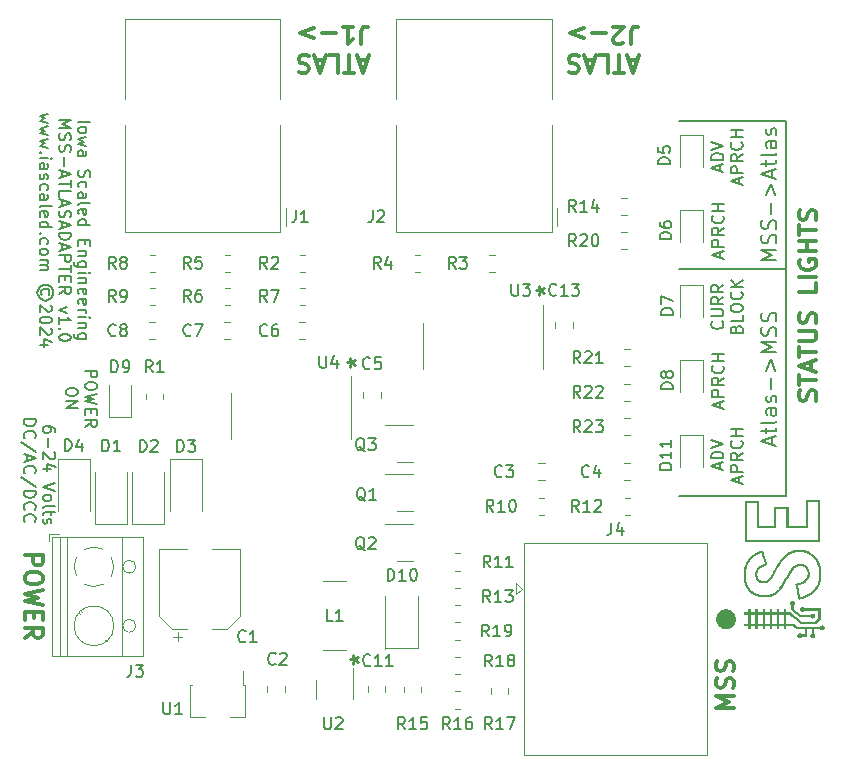
<source format=gto>
G04 #@! TF.GenerationSoftware,KiCad,Pcbnew,6.0.2+dfsg-1*
G04 #@! TF.CreationDate,2024-05-29T15:37:31-06:00*
G04 #@! TF.ProjectId,mss-atlasadapter,6d73732d-6174-46c6-9173-616461707465,rev?*
G04 #@! TF.SameCoordinates,Original*
G04 #@! TF.FileFunction,Legend,Top*
G04 #@! TF.FilePolarity,Positive*
%FSLAX46Y46*%
G04 Gerber Fmt 4.6, Leading zero omitted, Abs format (unit mm)*
G04 Created by KiCad (PCBNEW 6.0.2+dfsg-1) date 2024-05-29 15:37:31*
%MOMM*%
%LPD*%
G01*
G04 APERTURE LIST*
%ADD10C,0.000000*%
%ADD11C,0.150000*%
%ADD12C,0.254000*%
%ADD13C,0.203200*%
%ADD14C,0.152400*%
%ADD15C,0.300000*%
%ADD16C,0.120000*%
%ADD17C,0.100000*%
G04 APERTURE END LIST*
D10*
G36*
X91492034Y-178193422D02*
G01*
X91504076Y-178194680D01*
X91516001Y-178196610D01*
X91527780Y-178199209D01*
X91539381Y-178202469D01*
X91550777Y-178206386D01*
X91561936Y-178210954D01*
X91572828Y-178216168D01*
X91583425Y-178222021D01*
X91593696Y-178228509D01*
X91603612Y-178235625D01*
X91613141Y-178243365D01*
X91622256Y-178251722D01*
X91630925Y-178260692D01*
X91639119Y-178270268D01*
X91646809Y-178280445D01*
X91653963Y-178291217D01*
X91660553Y-178302580D01*
X91666549Y-178314526D01*
X91670766Y-178324461D01*
X91674421Y-178334902D01*
X91677513Y-178345777D01*
X91680043Y-178357014D01*
X91682011Y-178368540D01*
X91683417Y-178380284D01*
X91684260Y-178392172D01*
X91684541Y-178404132D01*
X91684260Y-178416092D01*
X91683417Y-178427980D01*
X91682011Y-178439724D01*
X91680043Y-178451250D01*
X91677513Y-178462487D01*
X91674421Y-178473362D01*
X91670766Y-178483803D01*
X91666549Y-178493737D01*
X91663103Y-178500372D01*
X91658922Y-178507493D01*
X91654114Y-178514973D01*
X91648789Y-178522687D01*
X91643055Y-178530509D01*
X91637020Y-178538312D01*
X91630792Y-178545970D01*
X91624481Y-178553357D01*
X91618194Y-178560347D01*
X91612041Y-178566815D01*
X91606130Y-178572633D01*
X91600569Y-178577677D01*
X91595467Y-178581819D01*
X91593122Y-178583512D01*
X91590933Y-178584933D01*
X91588912Y-178586066D01*
X91587074Y-178586895D01*
X91585432Y-178587403D01*
X91584000Y-178587576D01*
X91583347Y-178588300D01*
X91582714Y-178590425D01*
X91581519Y-178598590D01*
X91580440Y-178611501D01*
X91579502Y-178628587D01*
X91578729Y-178649278D01*
X91578146Y-178673004D01*
X91577650Y-178727276D01*
X91577650Y-178866976D01*
X91900088Y-179122387D01*
X92223233Y-179377798D01*
X93014866Y-179377798D01*
X93024744Y-179359454D01*
X93028196Y-179353643D01*
X93032418Y-179347626D01*
X93037337Y-179341463D01*
X93042879Y-179335212D01*
X93048971Y-179328931D01*
X93055539Y-179322681D01*
X93062510Y-179316520D01*
X93069811Y-179310506D01*
X93077369Y-179304699D01*
X93085109Y-179299158D01*
X93092959Y-179293941D01*
X93100845Y-179289108D01*
X93108693Y-179284717D01*
X93116431Y-179280827D01*
X93123986Y-179277498D01*
X93131282Y-179274787D01*
X93141410Y-179271876D01*
X93152143Y-179269487D01*
X93163377Y-179267616D01*
X93175005Y-179266255D01*
X93186923Y-179265398D01*
X93199024Y-179265039D01*
X93211205Y-179265172D01*
X93223358Y-179265791D01*
X93235379Y-179266890D01*
X93247162Y-179268462D01*
X93258602Y-179270501D01*
X93269594Y-179273001D01*
X93280031Y-179275956D01*
X93289810Y-179279360D01*
X93298823Y-179283205D01*
X93306966Y-179287487D01*
X93319922Y-179295656D01*
X93332064Y-179304287D01*
X93343390Y-179313379D01*
X93353896Y-179322930D01*
X93363580Y-179332941D01*
X93372438Y-179343409D01*
X93380467Y-179354335D01*
X93387664Y-179365716D01*
X93394026Y-179377552D01*
X93399550Y-179389841D01*
X93404232Y-179402583D01*
X93408070Y-179415777D01*
X93411061Y-179429422D01*
X93413201Y-179443516D01*
X93414487Y-179458058D01*
X93414916Y-179473049D01*
X93414654Y-179484333D01*
X93413873Y-179495424D01*
X93412585Y-179506312D01*
X93410800Y-179516985D01*
X93408531Y-179527431D01*
X93405787Y-179537641D01*
X93402580Y-179547604D01*
X93398920Y-179557307D01*
X93394819Y-179566741D01*
X93390288Y-179575894D01*
X93385338Y-179584755D01*
X93379979Y-179593314D01*
X93374223Y-179601559D01*
X93368080Y-179609479D01*
X93361562Y-179617064D01*
X93354679Y-179624302D01*
X93347443Y-179631182D01*
X93339865Y-179637694D01*
X93331955Y-179643827D01*
X93323724Y-179649568D01*
X93315184Y-179654908D01*
X93306346Y-179659836D01*
X93297220Y-179664340D01*
X93287817Y-179668410D01*
X93278148Y-179672034D01*
X93268225Y-179675202D01*
X93258059Y-179677903D01*
X93247659Y-179680125D01*
X93237038Y-179681858D01*
X93226207Y-179683090D01*
X93215175Y-179683811D01*
X93203955Y-179684010D01*
X93191700Y-179683736D01*
X93179798Y-179682913D01*
X93168239Y-179681535D01*
X93157013Y-179679600D01*
X93146110Y-179677102D01*
X93135519Y-179674038D01*
X93125229Y-179670403D01*
X93115231Y-179666194D01*
X93105515Y-179661406D01*
X93096068Y-179656035D01*
X93086883Y-179650077D01*
X93077947Y-179643528D01*
X93069252Y-179636384D01*
X93060785Y-179628640D01*
X93052538Y-179620292D01*
X93044500Y-179611337D01*
X93013455Y-179575354D01*
X92147738Y-179575354D01*
X91761094Y-179269848D01*
X91373744Y-178965049D01*
X91373038Y-178778076D01*
X91372333Y-178591104D01*
X91344816Y-178572054D01*
X91338527Y-178567469D01*
X91332370Y-178562463D01*
X91326361Y-178557060D01*
X91320519Y-178551284D01*
X91314857Y-178545162D01*
X91309395Y-178538717D01*
X91304147Y-178531974D01*
X91299131Y-178524958D01*
X91294363Y-178517695D01*
X91289860Y-178510208D01*
X91285638Y-178502523D01*
X91281713Y-178494664D01*
X91278103Y-178486656D01*
X91274823Y-178478524D01*
X91271891Y-178470293D01*
X91269322Y-178461987D01*
X91267604Y-178455237D01*
X91266150Y-178448355D01*
X91264025Y-178434254D01*
X91262916Y-178419796D01*
X91262795Y-178405091D01*
X91263634Y-178390249D01*
X91265403Y-178375382D01*
X91268072Y-178360599D01*
X91271615Y-178346012D01*
X91276000Y-178331730D01*
X91281200Y-178317865D01*
X91287186Y-178304527D01*
X91293928Y-178291827D01*
X91301397Y-178279875D01*
X91309566Y-178268782D01*
X91313903Y-178263593D01*
X91318404Y-178258659D01*
X91323065Y-178253995D01*
X91327883Y-178249615D01*
X91338428Y-178240865D01*
X91349274Y-178232865D01*
X91360391Y-178225610D01*
X91371750Y-178219096D01*
X91383320Y-178213316D01*
X91395071Y-178208264D01*
X91406974Y-178203936D01*
X91418999Y-178200326D01*
X91431115Y-178197427D01*
X91443294Y-178195235D01*
X91455505Y-178193744D01*
X91467719Y-178192949D01*
X91479905Y-178192843D01*
X91492034Y-178193422D01*
G37*
D11*
X90932000Y-137541000D02*
X81915000Y-137541000D01*
D10*
G36*
X87428983Y-169732854D02*
G01*
X88670761Y-169732854D01*
X88670761Y-171807188D01*
X89919594Y-171807188D01*
X89919594Y-170226743D01*
X91154316Y-170226743D01*
X91154316Y-171807188D01*
X92614816Y-171807188D01*
X92614816Y-169648187D01*
X93849538Y-169648187D01*
X93849538Y-173183021D01*
X87428983Y-173183021D01*
X87428983Y-172999577D01*
X87612428Y-172999577D01*
X93666094Y-172999577D01*
X93666094Y-169831632D01*
X92798261Y-169831632D01*
X92798261Y-171990633D01*
X90970872Y-171990633D01*
X90970872Y-170410188D01*
X90103039Y-170410188D01*
X90103039Y-171990633D01*
X88480261Y-171990633D01*
X88480261Y-169916299D01*
X87612428Y-169916299D01*
X87612428Y-172999577D01*
X87428983Y-172999577D01*
X87428983Y-169732854D01*
G37*
G36*
X92146035Y-178064687D02*
G01*
X92084326Y-178080690D01*
X92060167Y-178086098D01*
X92041403Y-178089500D01*
X92028733Y-178090688D01*
X92024901Y-178090387D01*
X92022855Y-178089454D01*
X91974094Y-177875219D01*
X91874071Y-177411151D01*
X91776296Y-176947744D01*
X91734282Y-176735493D01*
X91736695Y-176734583D01*
X91742606Y-176732979D01*
X91763299Y-176728085D01*
X91793119Y-176721602D01*
X91828827Y-176714326D01*
X91907078Y-176697696D01*
X91982258Y-176678780D01*
X92054320Y-176657609D01*
X92123220Y-176634213D01*
X92188912Y-176608621D01*
X92251350Y-176580865D01*
X92310490Y-176550973D01*
X92366284Y-176518976D01*
X92392913Y-176502197D01*
X92418689Y-176484903D01*
X92443606Y-176467098D01*
X92467658Y-176448785D01*
X92490840Y-176429969D01*
X92513147Y-176410652D01*
X92534571Y-176390839D01*
X92555108Y-176370533D01*
X92574753Y-176349739D01*
X92593498Y-176328459D01*
X92611340Y-176306698D01*
X92628271Y-176284460D01*
X92644287Y-176261747D01*
X92659381Y-176238565D01*
X92673548Y-176214916D01*
X92686782Y-176190804D01*
X92702112Y-176160013D01*
X92715821Y-176129027D01*
X92727909Y-176097845D01*
X92738376Y-176066472D01*
X92747224Y-176034908D01*
X92754450Y-176003157D01*
X92760056Y-175971219D01*
X92764041Y-175939097D01*
X92766406Y-175906794D01*
X92767150Y-175874310D01*
X92766274Y-175841649D01*
X92763777Y-175808812D01*
X92759659Y-175775801D01*
X92753921Y-175742619D01*
X92746562Y-175709268D01*
X92737583Y-175675748D01*
X92721140Y-175626359D01*
X92701254Y-175579579D01*
X92678038Y-175535489D01*
X92651604Y-175494167D01*
X92622066Y-175455694D01*
X92589536Y-175420149D01*
X92554127Y-175387611D01*
X92515950Y-175358160D01*
X92475120Y-175331877D01*
X92431748Y-175308839D01*
X92385947Y-175289127D01*
X92337830Y-175272821D01*
X92287510Y-175260000D01*
X92235099Y-175250744D01*
X92180710Y-175245131D01*
X92124455Y-175243243D01*
X92093380Y-175243843D01*
X92063077Y-175245659D01*
X92033478Y-175248717D01*
X92004511Y-175253044D01*
X91976106Y-175258664D01*
X91948193Y-175265604D01*
X91920702Y-175273890D01*
X91893562Y-175283548D01*
X91866703Y-175294603D01*
X91840056Y-175307081D01*
X91813548Y-175321008D01*
X91787111Y-175336410D01*
X91760674Y-175353312D01*
X91734167Y-175371741D01*
X91707519Y-175391722D01*
X91680660Y-175413282D01*
X91646770Y-175442346D01*
X91613663Y-175472984D01*
X91580998Y-175505698D01*
X91548435Y-175540988D01*
X91515632Y-175579353D01*
X91482248Y-175621294D01*
X91447942Y-175667312D01*
X91412373Y-175717906D01*
X91336082Y-175834824D01*
X91250647Y-175976051D01*
X91153338Y-176145588D01*
X91041428Y-176347437D01*
X90951271Y-176510607D01*
X90871962Y-176651080D01*
X90801318Y-176772354D01*
X90737157Y-176877927D01*
X90677295Y-176971296D01*
X90619549Y-177055958D01*
X90561738Y-177135412D01*
X90501677Y-177213154D01*
X90467605Y-177254331D01*
X90427936Y-177299419D01*
X90384413Y-177346640D01*
X90338782Y-177394217D01*
X90292788Y-177440372D01*
X90248174Y-177483327D01*
X90206685Y-177521304D01*
X90187658Y-177537871D01*
X90170067Y-177552526D01*
X90111561Y-177597756D01*
X90052163Y-177639792D01*
X89991825Y-177678649D01*
X89930497Y-177714341D01*
X89868132Y-177746883D01*
X89804681Y-177776289D01*
X89740095Y-177802574D01*
X89674325Y-177825753D01*
X89607324Y-177845839D01*
X89539042Y-177862847D01*
X89469431Y-177876791D01*
X89398442Y-177887687D01*
X89326027Y-177895549D01*
X89252137Y-177900390D01*
X89176724Y-177902226D01*
X89099739Y-177901071D01*
X89014244Y-177896754D01*
X88930791Y-177889888D01*
X88849372Y-177880469D01*
X88769979Y-177868494D01*
X88692604Y-177853960D01*
X88617238Y-177836864D01*
X88543872Y-177817202D01*
X88472500Y-177794973D01*
X88403111Y-177770172D01*
X88335699Y-177742796D01*
X88270255Y-177712843D01*
X88206770Y-177680309D01*
X88145236Y-177645191D01*
X88085646Y-177607487D01*
X88027990Y-177567192D01*
X87972261Y-177524304D01*
X87958394Y-177512737D01*
X87943380Y-177499603D01*
X87910679Y-177469436D01*
X87875696Y-177435416D01*
X87839969Y-177399156D01*
X87805036Y-177362267D01*
X87772434Y-177326362D01*
X87743702Y-177293054D01*
X87731268Y-177277877D01*
X87720378Y-177263954D01*
X87682569Y-177211110D01*
X87646675Y-177156319D01*
X87612707Y-177099621D01*
X87580678Y-177041053D01*
X87550600Y-176980654D01*
X87522486Y-176918462D01*
X87496348Y-176854515D01*
X87472199Y-176788851D01*
X87450050Y-176721508D01*
X87429915Y-176652525D01*
X87411805Y-176581941D01*
X87395734Y-176509792D01*
X87381713Y-176436119D01*
X87369755Y-176360957D01*
X87359872Y-176284347D01*
X87352078Y-176206326D01*
X87349269Y-176158952D01*
X87347205Y-176097340D01*
X87345901Y-176026368D01*
X87345562Y-175977703D01*
X87530772Y-175977703D01*
X87531013Y-176052394D01*
X87532561Y-176117378D01*
X87535522Y-176167521D01*
X87554280Y-176328558D01*
X87566902Y-176405916D01*
X87581675Y-176481155D01*
X87598592Y-176554268D01*
X87617644Y-176625243D01*
X87638825Y-176694074D01*
X87662125Y-176760750D01*
X87687538Y-176825263D01*
X87715056Y-176887603D01*
X87744671Y-176947763D01*
X87776376Y-177005733D01*
X87810161Y-177061504D01*
X87846021Y-177115067D01*
X87883947Y-177166414D01*
X87923930Y-177215535D01*
X87965965Y-177262422D01*
X88010042Y-177307065D01*
X88056154Y-177349456D01*
X88104293Y-177389586D01*
X88154452Y-177427445D01*
X88206623Y-177463026D01*
X88260798Y-177496318D01*
X88316969Y-177527314D01*
X88375128Y-177556003D01*
X88435269Y-177582378D01*
X88497382Y-177606430D01*
X88561460Y-177628149D01*
X88627496Y-177647526D01*
X88695482Y-177664553D01*
X88765410Y-177679221D01*
X88837272Y-177691521D01*
X88891211Y-177699037D01*
X88944768Y-177705182D01*
X88997878Y-177709960D01*
X89050471Y-177713371D01*
X89102481Y-177715417D01*
X89153842Y-177716102D01*
X89204485Y-177715426D01*
X89254343Y-177713393D01*
X89303350Y-177710003D01*
X89351439Y-177705260D01*
X89398541Y-177699164D01*
X89444590Y-177691719D01*
X89489519Y-177682926D01*
X89533260Y-177672787D01*
X89575746Y-177661305D01*
X89616911Y-177648482D01*
X89657773Y-177634164D01*
X89698806Y-177617976D01*
X89739916Y-177599984D01*
X89781007Y-177580252D01*
X89821988Y-177558846D01*
X89862762Y-177535831D01*
X89903237Y-177511272D01*
X89943318Y-177485234D01*
X89982912Y-177457782D01*
X90021923Y-177428981D01*
X90060258Y-177398896D01*
X90097824Y-177367593D01*
X90134525Y-177335137D01*
X90170269Y-177301592D01*
X90204960Y-177267024D01*
X90238505Y-177231498D01*
X90312437Y-177147427D01*
X90382946Y-177060445D01*
X90452495Y-176966783D01*
X90523549Y-176862669D01*
X90598573Y-176744334D01*
X90680029Y-176608008D01*
X90770381Y-176449919D01*
X90872094Y-176266299D01*
X90985677Y-176060541D01*
X91031749Y-175978515D01*
X91072207Y-175907700D01*
X91108200Y-175846080D01*
X91140878Y-175791636D01*
X91171389Y-175742352D01*
X91200883Y-175696210D01*
X91241160Y-175635999D01*
X91280841Y-175579385D01*
X91320040Y-175526260D01*
X91358872Y-175476517D01*
X91397452Y-175430049D01*
X91435895Y-175386746D01*
X91474315Y-175346504D01*
X91512827Y-175309212D01*
X91551545Y-175274766D01*
X91590585Y-175243056D01*
X91630061Y-175213975D01*
X91670088Y-175187416D01*
X91710781Y-175163271D01*
X91752254Y-175141434D01*
X91794622Y-175121795D01*
X91838000Y-175104249D01*
X91866148Y-175094485D01*
X91895472Y-175085833D01*
X91925842Y-175078297D01*
X91957128Y-175071881D01*
X91989200Y-175066590D01*
X92021926Y-175062428D01*
X92055178Y-175059398D01*
X92088825Y-175057506D01*
X92122736Y-175056754D01*
X92156781Y-175057147D01*
X92190831Y-175058690D01*
X92224754Y-175061386D01*
X92258422Y-175065240D01*
X92291702Y-175070255D01*
X92324466Y-175076436D01*
X92356583Y-175083787D01*
X92421802Y-175103080D01*
X92483773Y-175126740D01*
X92542392Y-175154634D01*
X92597553Y-175186633D01*
X92649149Y-175222605D01*
X92697077Y-175262418D01*
X92741230Y-175305942D01*
X92781504Y-175353045D01*
X92817792Y-175403596D01*
X92849990Y-175457463D01*
X92877991Y-175514516D01*
X92901691Y-175574622D01*
X92920984Y-175637652D01*
X92935764Y-175703473D01*
X92945927Y-175771955D01*
X92951366Y-175842965D01*
X92952155Y-175886638D01*
X92950835Y-175929796D01*
X92947427Y-175972415D01*
X92941955Y-176014468D01*
X92934443Y-176055928D01*
X92924913Y-176096770D01*
X92913389Y-176136967D01*
X92899894Y-176176494D01*
X92884450Y-176215325D01*
X92867081Y-176253433D01*
X92847810Y-176290792D01*
X92826661Y-176327376D01*
X92803655Y-176363159D01*
X92778817Y-176398115D01*
X92752170Y-176432218D01*
X92723736Y-176465441D01*
X92693539Y-176497760D01*
X92661602Y-176529146D01*
X92627948Y-176559576D01*
X92592601Y-176589021D01*
X92516916Y-176644857D01*
X92434734Y-176696445D01*
X92346239Y-176743576D01*
X92251616Y-176786042D01*
X92151051Y-176823634D01*
X92044727Y-176856143D01*
X92026898Y-176860853D01*
X92010177Y-176865381D01*
X91994944Y-176869612D01*
X91981580Y-176873429D01*
X91970465Y-176876717D01*
X91961979Y-176879360D01*
X91956503Y-176881242D01*
X91955012Y-176881862D01*
X91954417Y-176882248D01*
X92051518Y-177347121D01*
X92159733Y-177851682D01*
X92161052Y-177856524D01*
X92161889Y-177858388D01*
X92163007Y-177859862D01*
X92164526Y-177860930D01*
X92166566Y-177861579D01*
X92169250Y-177861794D01*
X92172697Y-177861560D01*
X92177029Y-177860863D01*
X92182367Y-177859688D01*
X92188831Y-177858022D01*
X92196543Y-177855849D01*
X92216192Y-177849926D01*
X92242283Y-177841804D01*
X92298868Y-177823462D01*
X92354809Y-177804175D01*
X92410041Y-177783975D01*
X92464500Y-177762892D01*
X92518119Y-177740957D01*
X92570833Y-177718202D01*
X92622578Y-177694657D01*
X92673289Y-177670354D01*
X92722900Y-177645323D01*
X92771346Y-177619595D01*
X92818562Y-177593202D01*
X92864483Y-177566174D01*
X92909045Y-177538543D01*
X92952180Y-177510339D01*
X92993826Y-177481593D01*
X93033916Y-177452337D01*
X93111441Y-177391099D01*
X93184483Y-177327225D01*
X93253056Y-177260693D01*
X93317175Y-177191480D01*
X93376853Y-177119563D01*
X93432106Y-177044920D01*
X93482947Y-176967528D01*
X93529393Y-176887364D01*
X93571455Y-176804405D01*
X93609151Y-176718628D01*
X93642493Y-176630012D01*
X93671496Y-176538533D01*
X93696175Y-176444168D01*
X93716544Y-176346894D01*
X93732618Y-176246690D01*
X93744410Y-176143532D01*
X93748000Y-176087790D01*
X93749845Y-176019993D01*
X93750053Y-175944028D01*
X93748732Y-175863779D01*
X93745988Y-175783133D01*
X93741930Y-175705977D01*
X93736664Y-175636196D01*
X93730299Y-175577676D01*
X93717930Y-175495042D01*
X93703309Y-175414618D01*
X93686435Y-175336398D01*
X93667306Y-175260375D01*
X93645920Y-175186543D01*
X93622275Y-175114895D01*
X93596368Y-175045427D01*
X93568198Y-174978131D01*
X93537762Y-174913001D01*
X93505059Y-174850031D01*
X93470086Y-174789215D01*
X93432842Y-174730547D01*
X93393323Y-174674020D01*
X93351529Y-174619628D01*
X93307457Y-174567366D01*
X93261105Y-174517226D01*
X93214669Y-174471250D01*
X93166869Y-174427759D01*
X93117647Y-174386723D01*
X93066945Y-174348114D01*
X93014705Y-174311902D01*
X92960869Y-174278060D01*
X92905380Y-174246557D01*
X92848179Y-174217365D01*
X92789208Y-174190456D01*
X92728411Y-174165799D01*
X92665728Y-174143367D01*
X92601102Y-174123129D01*
X92534475Y-174105058D01*
X92465790Y-174089125D01*
X92394987Y-174075300D01*
X92322011Y-174063554D01*
X92300713Y-174060981D01*
X92274827Y-174058816D01*
X92211900Y-174055683D01*
X92138456Y-174054103D01*
X92059720Y-174054029D01*
X91980919Y-174055410D01*
X91907276Y-174058196D01*
X91844019Y-174062339D01*
X91796372Y-174067788D01*
X91757625Y-174074515D01*
X91715795Y-174082847D01*
X91672162Y-174092468D01*
X91628008Y-174103065D01*
X91584615Y-174114324D01*
X91543265Y-174125929D01*
X91505238Y-174137568D01*
X91471816Y-174148926D01*
X91443456Y-174159781D01*
X91414534Y-174171671D01*
X91385149Y-174184538D01*
X91355400Y-174198326D01*
X91325386Y-174212979D01*
X91295207Y-174228438D01*
X91234750Y-174261551D01*
X91174821Y-174297210D01*
X91116216Y-174334962D01*
X91087658Y-174354480D01*
X91059728Y-174374350D01*
X91032525Y-174394516D01*
X91006149Y-174414921D01*
X90989417Y-174428709D01*
X90970646Y-174444994D01*
X90928230Y-174483790D01*
X90881382Y-174528787D01*
X90832583Y-174577463D01*
X90784313Y-174627297D01*
X90739053Y-174675767D01*
X90699283Y-174720350D01*
X90667483Y-174758526D01*
X90600271Y-174845986D01*
X90537110Y-174932876D01*
X90475371Y-175023453D01*
X90412425Y-175121975D01*
X90345642Y-175232702D01*
X90272394Y-175359891D01*
X90190051Y-175507800D01*
X90095983Y-175680687D01*
X90001257Y-175854628D01*
X89920123Y-175999720D01*
X89883837Y-176062706D01*
X89849970Y-176119991D01*
X89818195Y-176172077D01*
X89788184Y-176219467D01*
X89759613Y-176262666D01*
X89732153Y-176302176D01*
X89705479Y-176338500D01*
X89679264Y-176372143D01*
X89653181Y-176403607D01*
X89626904Y-176433395D01*
X89600106Y-176462012D01*
X89572461Y-176489960D01*
X89544727Y-176516717D01*
X89517545Y-176541462D01*
X89490802Y-176564253D01*
X89464389Y-176585144D01*
X89438196Y-176604190D01*
X89412111Y-176621449D01*
X89386024Y-176636976D01*
X89359824Y-176650826D01*
X89333401Y-176663056D01*
X89306644Y-176673721D01*
X89279443Y-176682877D01*
X89251687Y-176690580D01*
X89223265Y-176696886D01*
X89194067Y-176701850D01*
X89163982Y-176705528D01*
X89132900Y-176707976D01*
X89084046Y-176709666D01*
X89035490Y-176708693D01*
X88987400Y-176705124D01*
X88939941Y-176699024D01*
X88893281Y-176690461D01*
X88847584Y-176679500D01*
X88803018Y-176666208D01*
X88759749Y-176650650D01*
X88717944Y-176632892D01*
X88677768Y-176613002D01*
X88639389Y-176591044D01*
X88602972Y-176567086D01*
X88568685Y-176541192D01*
X88536693Y-176513430D01*
X88507163Y-176483866D01*
X88493373Y-176468428D01*
X88480261Y-176452565D01*
X88446827Y-176405983D01*
X88417447Y-176355703D01*
X88392139Y-176302177D01*
X88370922Y-176245859D01*
X88353814Y-176187202D01*
X88340834Y-176126656D01*
X88332000Y-176064677D01*
X88327332Y-176001715D01*
X88326847Y-175938225D01*
X88330565Y-175874657D01*
X88338503Y-175811466D01*
X88350681Y-175749104D01*
X88367117Y-175688024D01*
X88387830Y-175628677D01*
X88412838Y-175571518D01*
X88442161Y-175516998D01*
X88452175Y-175501155D01*
X88464100Y-175484176D01*
X88477748Y-175466251D01*
X88492928Y-175447567D01*
X88509451Y-175428313D01*
X88527129Y-175408676D01*
X88545773Y-175388845D01*
X88565192Y-175369008D01*
X88585199Y-175349353D01*
X88605603Y-175330068D01*
X88626216Y-175311340D01*
X88646849Y-175293359D01*
X88667312Y-175276313D01*
X88687417Y-175260388D01*
X88706974Y-175245775D01*
X88725794Y-175232659D01*
X88760747Y-175210589D01*
X88799833Y-175187592D01*
X88842029Y-175164198D01*
X88886308Y-175140937D01*
X88931646Y-175118337D01*
X88977016Y-175096928D01*
X89021395Y-175077239D01*
X89063756Y-175059799D01*
X89074642Y-175055463D01*
X89084567Y-175051439D01*
X89093561Y-175047709D01*
X89101657Y-175044254D01*
X89108884Y-175041056D01*
X89115275Y-175038095D01*
X89118165Y-175036697D01*
X89120859Y-175035353D01*
X89123358Y-175034058D01*
X89125668Y-175032811D01*
X89127791Y-175031610D01*
X89129733Y-175030452D01*
X89131496Y-175029334D01*
X89133084Y-175028255D01*
X89134502Y-175027213D01*
X89135754Y-175026204D01*
X89136843Y-175025227D01*
X89137772Y-175024278D01*
X89138547Y-175023357D01*
X89139171Y-175022460D01*
X89139647Y-175021586D01*
X89139980Y-175020731D01*
X89140173Y-175019894D01*
X89140231Y-175019073D01*
X89140157Y-175018264D01*
X89139955Y-175017465D01*
X89012955Y-174580021D01*
X88924320Y-174275133D01*
X88895977Y-174179673D01*
X88887622Y-174152412D01*
X88883839Y-174141165D01*
X88882990Y-174139439D01*
X88881977Y-174137975D01*
X88880718Y-174136786D01*
X88879131Y-174135885D01*
X88877135Y-174135285D01*
X88874649Y-174135001D01*
X88871589Y-174135046D01*
X88867875Y-174135433D01*
X88863426Y-174136175D01*
X88858159Y-174137286D01*
X88844846Y-174140669D01*
X88827283Y-174145689D01*
X88804816Y-174152454D01*
X88759401Y-174167066D01*
X88714216Y-174182836D01*
X88669324Y-174199727D01*
X88624789Y-174217707D01*
X88580677Y-174236741D01*
X88537050Y-174256795D01*
X88493973Y-174277835D01*
X88451509Y-174299827D01*
X88409724Y-174322737D01*
X88368681Y-174346530D01*
X88328444Y-174371173D01*
X88289077Y-174396632D01*
X88250645Y-174422871D01*
X88213211Y-174449858D01*
X88176839Y-174477559D01*
X88141594Y-174505938D01*
X88126896Y-174518476D01*
X88111225Y-174532426D01*
X88077631Y-174563859D01*
X88042152Y-174598831D01*
X88006128Y-174635936D01*
X87970897Y-174673769D01*
X87937799Y-174710924D01*
X87908174Y-174745995D01*
X87895082Y-174762310D01*
X87883361Y-174777576D01*
X87850427Y-174823063D01*
X87819093Y-174869576D01*
X87789352Y-174917132D01*
X87761200Y-174965750D01*
X87734632Y-175015447D01*
X87709641Y-175066241D01*
X87686224Y-175118149D01*
X87664374Y-175171188D01*
X87644087Y-175225377D01*
X87625358Y-175280732D01*
X87608181Y-175337272D01*
X87592551Y-175395014D01*
X87578463Y-175453976D01*
X87565912Y-175514175D01*
X87554893Y-175575628D01*
X87545400Y-175638354D01*
X87540721Y-175684561D01*
X87536812Y-175746734D01*
X87533779Y-175819739D01*
X87531730Y-175898440D01*
X87530772Y-175977703D01*
X87345562Y-175977703D01*
X87345375Y-175950915D01*
X87345642Y-175875859D01*
X87346720Y-175806078D01*
X87348624Y-175746450D01*
X87351372Y-175701854D01*
X87370630Y-175546219D01*
X87399468Y-175396141D01*
X87417436Y-175323243D01*
X87437745Y-175251803D01*
X87460378Y-175181843D01*
X87485317Y-175113388D01*
X87512545Y-175046459D01*
X87542043Y-174981079D01*
X87573793Y-174917272D01*
X87607778Y-174855059D01*
X87643980Y-174794465D01*
X87682381Y-174735512D01*
X87722964Y-174678222D01*
X87765710Y-174622619D01*
X87810601Y-174568725D01*
X87857620Y-174516564D01*
X87906749Y-174466158D01*
X87957971Y-174417529D01*
X88011266Y-174370702D01*
X88066618Y-174325699D01*
X88124009Y-174282542D01*
X88183420Y-174241255D01*
X88244835Y-174201860D01*
X88308235Y-174164381D01*
X88373601Y-174128839D01*
X88440918Y-174095259D01*
X88510166Y-174063662D01*
X88581328Y-174034072D01*
X88729322Y-173981004D01*
X88765508Y-173969637D01*
X88806216Y-173957666D01*
X88848893Y-173945744D01*
X88890982Y-173934526D01*
X88929930Y-173924663D01*
X88963180Y-173916810D01*
X88988179Y-173911619D01*
X88996786Y-173910226D01*
X89002372Y-173909743D01*
X89004286Y-173911514D01*
X89007170Y-173916997D01*
X89016152Y-173940126D01*
X89049115Y-174042211D01*
X89106155Y-174232402D01*
X89192166Y-174527104D01*
X89261597Y-174767280D01*
X89317931Y-174964196D01*
X89355480Y-175097612D01*
X89365432Y-175134182D01*
X89368555Y-175147287D01*
X89366077Y-175148486D01*
X89359978Y-175150925D01*
X89338569Y-175158929D01*
X89307635Y-175170108D01*
X89270483Y-175183271D01*
X89186966Y-175213885D01*
X89108860Y-175245190D01*
X89036068Y-175277267D01*
X88968494Y-175310194D01*
X88906043Y-175344051D01*
X88848617Y-175378918D01*
X88821759Y-175396755D01*
X88796122Y-175414874D01*
X88771693Y-175433286D01*
X88748460Y-175451999D01*
X88726412Y-175471025D01*
X88705536Y-175490373D01*
X88685821Y-175510053D01*
X88667254Y-175530075D01*
X88649823Y-175550449D01*
X88633517Y-175571184D01*
X88618323Y-175592292D01*
X88604229Y-175613781D01*
X88591224Y-175635662D01*
X88579295Y-175657945D01*
X88568430Y-175680639D01*
X88558617Y-175703754D01*
X88549845Y-175727302D01*
X88542101Y-175751290D01*
X88535373Y-175775730D01*
X88529650Y-175800632D01*
X88526409Y-175817287D01*
X88523566Y-175835120D01*
X88521121Y-175853951D01*
X88519077Y-175873602D01*
X88516193Y-175914647D01*
X88514921Y-175956824D01*
X88515270Y-175998704D01*
X88517248Y-176038856D01*
X88518850Y-176057837D01*
X88520862Y-176075849D01*
X88523286Y-176092715D01*
X88526122Y-176108254D01*
X88537220Y-176153747D01*
X88550939Y-176196570D01*
X88567290Y-176236730D01*
X88586282Y-176274236D01*
X88596771Y-176291996D01*
X88607923Y-176309096D01*
X88619741Y-176325537D01*
X88632224Y-176341319D01*
X88645374Y-176356444D01*
X88659193Y-176370912D01*
X88673682Y-176384726D01*
X88688841Y-176397885D01*
X88704671Y-176410391D01*
X88721175Y-176422244D01*
X88738353Y-176433447D01*
X88756206Y-176443999D01*
X88793943Y-176463158D01*
X88834395Y-176479729D01*
X88877571Y-176493720D01*
X88923481Y-176505140D01*
X88972133Y-176513997D01*
X89023539Y-176520299D01*
X89044993Y-176522115D01*
X89065494Y-176523321D01*
X89085132Y-176523900D01*
X89103994Y-176523837D01*
X89122170Y-176523117D01*
X89139748Y-176521725D01*
X89156819Y-176519644D01*
X89173469Y-176516859D01*
X89189789Y-176513355D01*
X89205867Y-176509116D01*
X89221792Y-176504126D01*
X89237653Y-176498371D01*
X89253538Y-176491834D01*
X89269538Y-176484501D01*
X89285740Y-176476355D01*
X89302233Y-176467382D01*
X89321458Y-176456011D01*
X89340777Y-176443324D01*
X89360199Y-176429310D01*
X89379734Y-176413958D01*
X89399393Y-176397258D01*
X89419187Y-176379201D01*
X89439126Y-176359775D01*
X89459219Y-176338971D01*
X89479478Y-176316777D01*
X89499913Y-176293184D01*
X89520533Y-176268181D01*
X89541350Y-176241758D01*
X89562374Y-176213905D01*
X89583615Y-176184611D01*
X89605083Y-176153866D01*
X89626789Y-176121660D01*
X89656487Y-176076161D01*
X89685250Y-176030456D01*
X89714659Y-175981823D01*
X89746292Y-175927544D01*
X89822547Y-175791162D01*
X89926650Y-175599549D01*
X89997413Y-175468480D01*
X90058975Y-175355867D01*
X90113045Y-175258732D01*
X90161335Y-175174098D01*
X90205558Y-175098990D01*
X90247424Y-175030430D01*
X90288645Y-174965442D01*
X90330933Y-174901049D01*
X90415958Y-174778959D01*
X90502341Y-174665031D01*
X90590250Y-174559158D01*
X90679852Y-174461234D01*
X90771314Y-174371152D01*
X90864804Y-174288807D01*
X90960489Y-174214091D01*
X91058537Y-174146898D01*
X91159115Y-174087121D01*
X91262390Y-174034655D01*
X91368531Y-173989393D01*
X91477703Y-173951227D01*
X91590076Y-173920053D01*
X91705815Y-173895763D01*
X91825090Y-173878251D01*
X91948066Y-173867410D01*
X92023646Y-173864386D01*
X92101591Y-173864257D01*
X92180958Y-173866938D01*
X92260804Y-173872349D01*
X92340187Y-173880405D01*
X92418165Y-173891024D01*
X92493794Y-173904124D01*
X92566133Y-173919621D01*
X92697411Y-173955720D01*
X92823107Y-174000647D01*
X92943043Y-174054202D01*
X93057045Y-174116184D01*
X93164937Y-174186394D01*
X93266543Y-174264629D01*
X93361687Y-174350691D01*
X93450194Y-174444378D01*
X93531888Y-174545490D01*
X93606593Y-174653826D01*
X93674134Y-174769186D01*
X93734334Y-174891369D01*
X93787019Y-175020175D01*
X93832012Y-175155404D01*
X93869138Y-175296855D01*
X93898221Y-175444326D01*
X93913560Y-175550580D01*
X93925154Y-175659885D01*
X93932961Y-175770793D01*
X93936939Y-175881859D01*
X93937048Y-175991635D01*
X93933246Y-176098674D01*
X93925492Y-176201529D01*
X93920120Y-176250936D01*
X93913744Y-176298754D01*
X93893860Y-176413523D01*
X93868612Y-176524986D01*
X93838007Y-176633130D01*
X93802057Y-176737940D01*
X93760769Y-176839401D01*
X93714153Y-176937499D01*
X93662219Y-177032220D01*
X93604975Y-177123548D01*
X93542432Y-177211470D01*
X93474597Y-177295971D01*
X93401482Y-177377037D01*
X93323095Y-177454652D01*
X93239444Y-177528804D01*
X93150541Y-177599476D01*
X93056393Y-177666655D01*
X92957011Y-177730326D01*
X92916436Y-177753906D01*
X92867758Y-177780454D01*
X92813391Y-177808771D01*
X92755751Y-177837659D01*
X92697250Y-177865918D01*
X92640304Y-177892351D01*
X92587327Y-177915757D01*
X92540733Y-177934938D01*
X92468937Y-177961979D01*
X92387980Y-177990136D01*
X92303451Y-178017748D01*
X92220940Y-178043152D01*
X92169250Y-178058013D01*
X92146035Y-178064687D01*
G37*
D11*
X81915000Y-169291000D02*
X90932000Y-169291000D01*
D10*
G36*
X92321412Y-178697793D02*
G01*
X92334439Y-178698511D01*
X92346993Y-178699804D01*
X92359085Y-178701678D01*
X92370727Y-178704139D01*
X92381929Y-178707193D01*
X92392704Y-178710846D01*
X92403062Y-178715106D01*
X92413014Y-178719977D01*
X92417842Y-178722643D01*
X92422573Y-178725466D01*
X92427209Y-178728444D01*
X92431750Y-178731579D01*
X92440555Y-178738323D01*
X92449001Y-178745703D01*
X92457099Y-178753726D01*
X92464859Y-178762399D01*
X92472294Y-178771726D01*
X92498400Y-178805593D01*
X93180671Y-178805593D01*
X93863649Y-178806299D01*
X93863649Y-179755271D01*
X93671739Y-179947182D01*
X93479122Y-180139798D01*
X92206300Y-180139798D01*
X91711000Y-179748215D01*
X91216405Y-179356632D01*
X90963817Y-179356632D01*
X90963817Y-180125687D01*
X91286255Y-180125687D01*
X91609399Y-180126393D01*
X91768149Y-180252687D01*
X91926899Y-180378982D01*
X92872344Y-180379687D01*
X93817788Y-180379687D01*
X93848128Y-180344410D01*
X93856600Y-180334865D01*
X93865109Y-180326064D01*
X93873690Y-180317988D01*
X93882380Y-180310620D01*
X93891214Y-180303943D01*
X93900229Y-180297938D01*
X93909462Y-180292589D01*
X93918947Y-180287877D01*
X93928722Y-180283785D01*
X93938823Y-180280296D01*
X93949285Y-180277392D01*
X93960145Y-180275056D01*
X93971439Y-180273269D01*
X93983204Y-180272014D01*
X93995475Y-180271274D01*
X94008288Y-180271032D01*
X94024827Y-180270953D01*
X94032123Y-180271077D01*
X94038870Y-180271329D01*
X94045146Y-180271727D01*
X94051027Y-180272284D01*
X94056590Y-180273018D01*
X94061911Y-180273942D01*
X94067066Y-180275073D01*
X94072133Y-180276427D01*
X94077187Y-180278018D01*
X94082305Y-180279862D01*
X94087564Y-180281975D01*
X94093040Y-180284373D01*
X94098809Y-180287070D01*
X94104949Y-180290082D01*
X94118681Y-180297406D01*
X94131564Y-180305353D01*
X94143592Y-180313916D01*
X94154757Y-180323089D01*
X94165054Y-180332865D01*
X94174477Y-180343238D01*
X94183019Y-180354203D01*
X94190674Y-180365753D01*
X94197437Y-180377881D01*
X94203300Y-180390582D01*
X94208258Y-180403849D01*
X94212304Y-180417677D01*
X94215433Y-180432059D01*
X94217637Y-180446988D01*
X94218911Y-180462459D01*
X94219249Y-180478465D01*
X94219016Y-180491053D01*
X94218307Y-180503171D01*
X94217110Y-180514841D01*
X94215413Y-180526090D01*
X94213203Y-180536942D01*
X94210468Y-180547422D01*
X94207196Y-180557555D01*
X94203374Y-180567365D01*
X94198990Y-180576878D01*
X94194031Y-180586117D01*
X94188485Y-180595109D01*
X94182340Y-180603878D01*
X94175583Y-180612448D01*
X94168201Y-180620844D01*
X94160183Y-180629092D01*
X94151516Y-180637215D01*
X94142928Y-180644584D01*
X94134338Y-180651351D01*
X94125710Y-180657527D01*
X94117010Y-180663122D01*
X94108203Y-180668147D01*
X94099253Y-180672611D01*
X94090125Y-180676526D01*
X94080784Y-180679901D01*
X94071196Y-180682747D01*
X94061324Y-180685074D01*
X94051133Y-180686893D01*
X94040590Y-180688213D01*
X94029657Y-180689046D01*
X94018301Y-180689401D01*
X94006486Y-180689289D01*
X93994177Y-180688721D01*
X93982288Y-180687663D01*
X93970701Y-180686079D01*
X93959420Y-180683972D01*
X93948449Y-180681345D01*
X93937791Y-180678202D01*
X93927453Y-180674545D01*
X93917436Y-180670377D01*
X93907747Y-180665702D01*
X93898388Y-180660522D01*
X93889364Y-180654842D01*
X93880678Y-180648663D01*
X93872337Y-180641989D01*
X93864342Y-180634823D01*
X93856699Y-180627168D01*
X93849411Y-180619027D01*
X93842483Y-180610404D01*
X93817788Y-180577243D01*
X93306260Y-180577243D01*
X93306260Y-180940604D01*
X93342244Y-180971648D01*
X93352867Y-180981353D01*
X93362649Y-180991524D01*
X93371594Y-181002123D01*
X93379709Y-181013112D01*
X93386998Y-181024453D01*
X93393467Y-181036108D01*
X93399122Y-181048039D01*
X93403969Y-181060207D01*
X93408013Y-181072574D01*
X93411259Y-181085103D01*
X93413713Y-181097755D01*
X93415381Y-181110493D01*
X93416268Y-181123277D01*
X93416379Y-181136070D01*
X93415721Y-181148834D01*
X93414299Y-181161531D01*
X93412118Y-181174122D01*
X93409184Y-181186570D01*
X93405503Y-181198836D01*
X93401079Y-181210883D01*
X93395920Y-181222671D01*
X93390029Y-181234164D01*
X93383413Y-181245322D01*
X93376078Y-181256109D01*
X93368028Y-181266484D01*
X93359270Y-181276412D01*
X93349808Y-181285853D01*
X93339649Y-181294769D01*
X93328798Y-181303123D01*
X93317261Y-181310876D01*
X93305043Y-181317989D01*
X93292150Y-181324426D01*
X93284551Y-181327765D01*
X93276844Y-181330771D01*
X93269039Y-181333447D01*
X93261149Y-181335795D01*
X93253185Y-181337817D01*
X93245157Y-181339517D01*
X93237078Y-181340895D01*
X93228958Y-181341955D01*
X93212644Y-181343128D01*
X93196304Y-181343054D01*
X93180031Y-181341753D01*
X93163915Y-181339243D01*
X93148047Y-181335542D01*
X93132518Y-181330669D01*
X93117419Y-181324642D01*
X93102840Y-181317481D01*
X93095775Y-181313480D01*
X93088874Y-181309203D01*
X93082149Y-181304652D01*
X93075610Y-181299828D01*
X93069270Y-181294735D01*
X93063140Y-181289374D01*
X93057232Y-181283748D01*
X93051555Y-181277859D01*
X93044185Y-181269500D01*
X93037411Y-181261322D01*
X93031215Y-181253273D01*
X93025582Y-181245305D01*
X93020494Y-181237365D01*
X93015935Y-181229404D01*
X93011889Y-181221370D01*
X93008340Y-181213213D01*
X93005269Y-181204883D01*
X93002662Y-181196328D01*
X93000501Y-181187498D01*
X92998771Y-181178343D01*
X92997453Y-181168812D01*
X92996533Y-181158853D01*
X92995992Y-181148418D01*
X92995816Y-181137454D01*
X92996002Y-181124214D01*
X92996580Y-181111705D01*
X92997574Y-181099864D01*
X92999013Y-181088627D01*
X93000923Y-181077932D01*
X93003332Y-181067716D01*
X93006265Y-181057914D01*
X93009751Y-181048466D01*
X93013815Y-181039306D01*
X93018485Y-181030373D01*
X93023787Y-181021604D01*
X93029749Y-181012934D01*
X93036397Y-181004302D01*
X93043758Y-180995644D01*
X93051859Y-180986897D01*
X93060727Y-180977998D01*
X93101649Y-180937076D01*
X93101649Y-180577243D01*
X92699483Y-180577243D01*
X92699483Y-181233409D01*
X92293789Y-181233409D01*
X92262744Y-181269393D01*
X92252406Y-181280719D01*
X92241522Y-181291141D01*
X92230126Y-181300650D01*
X92218250Y-181309235D01*
X92205927Y-181316885D01*
X92193192Y-181323591D01*
X92180075Y-181329342D01*
X92166612Y-181334128D01*
X92152834Y-181337937D01*
X92138776Y-181340761D01*
X92124469Y-181342589D01*
X92109947Y-181343410D01*
X92095243Y-181343214D01*
X92080391Y-181341991D01*
X92065423Y-181339730D01*
X92050372Y-181336421D01*
X92032195Y-181331061D01*
X92014988Y-181324531D01*
X92006757Y-181320839D01*
X91998780Y-181316868D01*
X91991059Y-181312624D01*
X91983598Y-181308110D01*
X91976400Y-181303332D01*
X91969470Y-181298294D01*
X91962810Y-181293000D01*
X91956424Y-181287456D01*
X91950316Y-181281666D01*
X91944488Y-181275635D01*
X91938946Y-181269367D01*
X91933691Y-181262866D01*
X91928727Y-181256139D01*
X91924059Y-181249189D01*
X91919689Y-181242020D01*
X91915620Y-181234639D01*
X91911858Y-181227048D01*
X91908404Y-181219254D01*
X91905262Y-181211259D01*
X91902437Y-181203071D01*
X91899930Y-181194692D01*
X91897747Y-181186127D01*
X91894363Y-181168460D01*
X91892312Y-181150106D01*
X91891622Y-181131104D01*
X91891816Y-181123206D01*
X91892263Y-181115392D01*
X91892963Y-181107664D01*
X91893911Y-181100026D01*
X91895105Y-181092484D01*
X91896544Y-181085042D01*
X91898224Y-181077702D01*
X91900144Y-181070470D01*
X91902300Y-181063350D01*
X91904690Y-181056345D01*
X91907312Y-181049461D01*
X91910163Y-181042700D01*
X91913242Y-181036068D01*
X91916544Y-181029567D01*
X91920069Y-181023204D01*
X91923813Y-181016980D01*
X91927774Y-181010902D01*
X91931950Y-181004972D01*
X91936337Y-180999195D01*
X91940935Y-180993576D01*
X91945740Y-180988117D01*
X91950749Y-180982824D01*
X91955961Y-180977701D01*
X91961373Y-180972751D01*
X91966982Y-180967979D01*
X91972786Y-180963388D01*
X91978782Y-180958984D01*
X91984969Y-180954770D01*
X91991343Y-180950750D01*
X91997902Y-180946929D01*
X92004644Y-180943310D01*
X92011566Y-180939898D01*
X92019994Y-180936277D01*
X92029084Y-180933087D01*
X92038752Y-180930328D01*
X92048917Y-180928003D01*
X92059494Y-180926112D01*
X92070403Y-180924656D01*
X92081559Y-180923636D01*
X92092881Y-180923053D01*
X92104286Y-180922909D01*
X92115691Y-180923203D01*
X92127013Y-180923938D01*
X92138169Y-180925115D01*
X92149078Y-180926733D01*
X92159656Y-180928796D01*
X92169820Y-180931302D01*
X92179489Y-180934254D01*
X92186350Y-180936894D01*
X92193633Y-180940257D01*
X92201230Y-180944256D01*
X92209034Y-180948806D01*
X92216937Y-180953819D01*
X92224831Y-180959207D01*
X92232610Y-180964886D01*
X92240166Y-180970766D01*
X92247391Y-180976763D01*
X92254178Y-180982788D01*
X92260419Y-180988756D01*
X92266007Y-180994579D01*
X92270834Y-181000170D01*
X92274793Y-181005443D01*
X92276414Y-181007933D01*
X92277777Y-181010311D01*
X92278869Y-181012566D01*
X92279677Y-181014687D01*
X92280527Y-181017055D01*
X92281578Y-181019142D01*
X92282965Y-181020967D01*
X92284826Y-181022548D01*
X92287293Y-181023900D01*
X92290504Y-181025043D01*
X92294594Y-181025994D01*
X92299697Y-181026770D01*
X92305950Y-181027389D01*
X92313487Y-181027868D01*
X92332958Y-181028479D01*
X92359191Y-181028742D01*
X92393272Y-181028798D01*
X92501928Y-181028798D01*
X92501928Y-180577243D01*
X91851405Y-180577243D01*
X91691950Y-180450243D01*
X91531788Y-180323243D01*
X90963817Y-180323243D01*
X90963817Y-180577243D01*
X90730983Y-180577243D01*
X90730983Y-180323243D01*
X90364094Y-180323243D01*
X90364094Y-180577243D01*
X90138316Y-180577243D01*
X90138316Y-180323243D01*
X89764372Y-180323243D01*
X89764372Y-180577243D01*
X89538594Y-180577243D01*
X89538594Y-180323243D01*
X89164650Y-180323243D01*
X89164650Y-180577243D01*
X88945927Y-180577243D01*
X88945927Y-180323243D01*
X88571983Y-180323243D01*
X88571983Y-180577243D01*
X88346205Y-180577243D01*
X88346205Y-180323243D01*
X87972261Y-180323243D01*
X87972261Y-180577243D01*
X87753539Y-180577243D01*
X87753539Y-180323243D01*
X87400761Y-180323243D01*
X87400761Y-180125687D01*
X87753539Y-180125687D01*
X87972261Y-180125687D01*
X88346205Y-180125687D01*
X88571983Y-180125687D01*
X88945927Y-180125687D01*
X89164650Y-180125687D01*
X89538594Y-180125687D01*
X89764372Y-180125687D01*
X90138316Y-180125687D01*
X90364094Y-180125687D01*
X90730983Y-180125687D01*
X90730983Y-179356632D01*
X90364094Y-179356632D01*
X90364094Y-180125687D01*
X90138316Y-180125687D01*
X90138316Y-179356632D01*
X89764372Y-179356632D01*
X89764372Y-180125687D01*
X89538594Y-180125687D01*
X89538594Y-179356632D01*
X89164650Y-179356632D01*
X89164650Y-180125687D01*
X88945927Y-180125687D01*
X88945927Y-179356632D01*
X88571983Y-179356632D01*
X88571983Y-180125687D01*
X88346205Y-180125687D01*
X88346205Y-179356632D01*
X87972261Y-179356632D01*
X87972261Y-180125687D01*
X87753539Y-180125687D01*
X87753539Y-179356632D01*
X87400761Y-179356632D01*
X87400761Y-179159076D01*
X87753539Y-179159076D01*
X87753539Y-178905076D01*
X87972261Y-178905076D01*
X87972261Y-179159076D01*
X88346205Y-179159076D01*
X88346205Y-178905076D01*
X88571983Y-178905076D01*
X88571983Y-179159076D01*
X88945927Y-179159076D01*
X88945927Y-178905076D01*
X89164650Y-178905076D01*
X89164650Y-179159076D01*
X89538594Y-179159076D01*
X89538594Y-178905076D01*
X89764372Y-178905076D01*
X89764372Y-179159076D01*
X90138316Y-179159076D01*
X90138316Y-178905076D01*
X90364094Y-178905076D01*
X90364094Y-179159076D01*
X90730983Y-179159076D01*
X90730983Y-178905076D01*
X90963817Y-178905076D01*
X90963817Y-179159076D01*
X91292605Y-179159076D01*
X91787199Y-179550660D01*
X92282499Y-179942243D01*
X93394455Y-179942243D01*
X93666094Y-179670604D01*
X93666094Y-179003854D01*
X93081188Y-179003854D01*
X92890921Y-179003882D01*
X92813588Y-179003947D01*
X92747031Y-179004075D01*
X92717538Y-179004168D01*
X92690433Y-179004285D01*
X92665613Y-179004427D01*
X92642976Y-179004598D01*
X92622421Y-179004800D01*
X92603844Y-179005036D01*
X92587144Y-179005307D01*
X92572218Y-179005618D01*
X92558965Y-179005970D01*
X92547281Y-179006366D01*
X92537066Y-179006808D01*
X92532476Y-179007047D01*
X92528216Y-179007299D01*
X92524271Y-179007564D01*
X92520630Y-179007842D01*
X92517278Y-179008134D01*
X92514205Y-179008440D01*
X92511396Y-179008759D01*
X92508839Y-179009094D01*
X92506521Y-179009443D01*
X92504430Y-179009807D01*
X92502552Y-179010187D01*
X92500875Y-179010583D01*
X92499387Y-179010995D01*
X92498074Y-179011423D01*
X92496923Y-179011868D01*
X92495922Y-179012330D01*
X92495059Y-179012810D01*
X92494319Y-179013307D01*
X92493691Y-179013823D01*
X92493162Y-179014357D01*
X92492719Y-179014910D01*
X92492348Y-179015481D01*
X92492039Y-179016072D01*
X92491777Y-179016683D01*
X92491344Y-179017965D01*
X92490452Y-179020295D01*
X92489240Y-179022777D01*
X92485919Y-179028152D01*
X92481504Y-179033989D01*
X92476119Y-179040190D01*
X92469887Y-179046656D01*
X92462930Y-179053287D01*
X92455372Y-179059984D01*
X92447335Y-179066648D01*
X92438942Y-179073180D01*
X92430317Y-179079481D01*
X92421583Y-179085450D01*
X92412862Y-179090990D01*
X92404277Y-179096001D01*
X92395952Y-179100383D01*
X92388009Y-179104037D01*
X92380572Y-179106865D01*
X92370422Y-179109892D01*
X92359859Y-179112364D01*
X92348951Y-179114285D01*
X92337765Y-179115663D01*
X92326368Y-179116503D01*
X92314827Y-179116812D01*
X92303210Y-179116596D01*
X92291584Y-179115861D01*
X92280015Y-179114614D01*
X92268572Y-179112860D01*
X92257321Y-179110606D01*
X92246329Y-179107857D01*
X92235664Y-179104621D01*
X92225392Y-179100904D01*
X92215582Y-179096711D01*
X92206300Y-179092049D01*
X92198216Y-179087520D01*
X92190610Y-179082908D01*
X92183450Y-179078178D01*
X92176699Y-179073296D01*
X92170325Y-179068228D01*
X92164293Y-179062940D01*
X92158568Y-179057398D01*
X92153118Y-179051567D01*
X92147907Y-179045414D01*
X92142903Y-179038905D01*
X92138069Y-179032004D01*
X92133373Y-179024679D01*
X92128781Y-179016895D01*
X92124258Y-179008618D01*
X92119770Y-178999814D01*
X92115283Y-178990449D01*
X92110307Y-178979121D01*
X92108237Y-178973960D01*
X92106430Y-178969017D01*
X92104876Y-178964207D01*
X92103562Y-178959443D01*
X92102478Y-178954637D01*
X92101613Y-178949703D01*
X92100953Y-178944554D01*
X92100489Y-178939103D01*
X92100210Y-178933263D01*
X92100102Y-178926948D01*
X92100156Y-178920071D01*
X92100360Y-178912545D01*
X92101171Y-178895199D01*
X92101969Y-178883142D01*
X92103054Y-178871805D01*
X92104449Y-178861129D01*
X92106176Y-178851057D01*
X92108260Y-178841531D01*
X92110721Y-178832492D01*
X92113584Y-178823884D01*
X92116870Y-178815647D01*
X92120603Y-178807725D01*
X92124805Y-178800059D01*
X92129499Y-178792591D01*
X92134708Y-178785264D01*
X92140454Y-178778020D01*
X92146760Y-178770800D01*
X92153649Y-178763548D01*
X92161144Y-178756204D01*
X92169636Y-178748338D01*
X92177954Y-178741128D01*
X92186155Y-178734556D01*
X92194294Y-178728599D01*
X92202429Y-178723238D01*
X92210617Y-178718451D01*
X92218914Y-178714219D01*
X92227378Y-178710519D01*
X92236065Y-178707333D01*
X92245032Y-178704638D01*
X92254336Y-178702414D01*
X92264034Y-178700642D01*
X92274182Y-178699299D01*
X92284838Y-178698365D01*
X92296058Y-178697820D01*
X92307899Y-178697643D01*
X92321412Y-178697793D01*
G37*
D11*
X90932000Y-169291000D02*
X90932000Y-137541000D01*
X81915000Y-150114000D02*
X90932000Y-150114000D01*
D10*
G36*
X85888050Y-178905958D02*
G01*
X85919445Y-178907653D01*
X85950698Y-178910351D01*
X85981666Y-178914051D01*
X86012206Y-178918747D01*
X86042175Y-178924434D01*
X86071431Y-178931110D01*
X86099831Y-178938770D01*
X86127233Y-178947410D01*
X86151174Y-178955904D01*
X86174595Y-178964993D01*
X86197522Y-178974695D01*
X86219981Y-178985025D01*
X86241997Y-178995999D01*
X86263597Y-179007635D01*
X86284806Y-179019950D01*
X86305650Y-179032958D01*
X86326156Y-179046678D01*
X86346348Y-179061125D01*
X86366253Y-179076317D01*
X86385896Y-179092269D01*
X86405304Y-179108998D01*
X86424502Y-179126521D01*
X86443516Y-179144855D01*
X86462372Y-179164015D01*
X86488318Y-179192012D01*
X86512713Y-179220710D01*
X86535560Y-179250115D01*
X86556861Y-179280233D01*
X86576621Y-179311071D01*
X86594841Y-179342634D01*
X86611526Y-179374928D01*
X86626678Y-179407961D01*
X86640301Y-179441738D01*
X86652397Y-179476265D01*
X86662969Y-179511548D01*
X86672021Y-179547595D01*
X86679556Y-179584410D01*
X86685577Y-179622001D01*
X86690087Y-179660372D01*
X86693089Y-179699532D01*
X86694417Y-179743257D01*
X86693393Y-179786800D01*
X86690048Y-179830079D01*
X86684412Y-179873010D01*
X86676515Y-179915512D01*
X86666386Y-179957501D01*
X86654056Y-179998894D01*
X86639555Y-180039610D01*
X86622912Y-180079564D01*
X86604157Y-180118676D01*
X86583321Y-180156861D01*
X86560433Y-180194038D01*
X86535524Y-180230123D01*
X86508623Y-180265034D01*
X86479761Y-180298689D01*
X86448966Y-180331004D01*
X86418321Y-180360396D01*
X86386729Y-180387973D01*
X86354219Y-180413726D01*
X86320820Y-180437642D01*
X86286561Y-180459710D01*
X86251471Y-180479919D01*
X86215580Y-180498257D01*
X86178915Y-180514713D01*
X86141506Y-180529276D01*
X86103382Y-180541933D01*
X86064572Y-180552675D01*
X86025104Y-180561489D01*
X85985008Y-180568364D01*
X85944312Y-180573289D01*
X85903046Y-180576253D01*
X85861238Y-180577243D01*
X85824765Y-180576487D01*
X85788656Y-180574235D01*
X85752946Y-180570516D01*
X85717669Y-180565355D01*
X85682859Y-180558778D01*
X85648551Y-180550812D01*
X85614778Y-180541484D01*
X85581574Y-180530819D01*
X85548974Y-180518846D01*
X85517012Y-180505589D01*
X85485721Y-180491076D01*
X85455137Y-180475333D01*
X85425292Y-180458386D01*
X85396221Y-180440262D01*
X85367959Y-180420988D01*
X85340539Y-180400589D01*
X85313995Y-180379093D01*
X85288362Y-180356526D01*
X85263674Y-180332914D01*
X85239964Y-180308284D01*
X85217267Y-180282663D01*
X85195618Y-180256076D01*
X85175049Y-180228550D01*
X85155595Y-180200112D01*
X85137291Y-180170789D01*
X85120170Y-180140606D01*
X85104267Y-180109591D01*
X85089615Y-180077769D01*
X85076249Y-180045167D01*
X85064202Y-180011812D01*
X85053510Y-179977731D01*
X85044206Y-179942948D01*
X85038892Y-179920349D01*
X85033975Y-179898675D01*
X85031872Y-179888971D01*
X85030117Y-179880441D01*
X85028791Y-179873399D01*
X85027978Y-179868160D01*
X85026654Y-179856129D01*
X85025588Y-179841701D01*
X85024207Y-179807041D01*
X85023786Y-179766956D01*
X85024274Y-179724226D01*
X85025621Y-179681628D01*
X85027779Y-179641941D01*
X85030698Y-179607942D01*
X85032427Y-179593944D01*
X85034328Y-179582410D01*
X85040709Y-179551662D01*
X85048207Y-179521340D01*
X85056813Y-179491457D01*
X85066519Y-179462024D01*
X85077316Y-179433054D01*
X85089196Y-179404560D01*
X85102151Y-179376553D01*
X85116172Y-179349047D01*
X85131252Y-179322053D01*
X85147382Y-179295585D01*
X85164554Y-179269653D01*
X85182759Y-179244272D01*
X85201990Y-179219453D01*
X85222237Y-179195208D01*
X85243493Y-179171551D01*
X85265750Y-179148493D01*
X85286230Y-179128658D01*
X85307186Y-179109634D01*
X85328616Y-179091422D01*
X85350516Y-179074024D01*
X85372883Y-179057440D01*
X85395714Y-179041672D01*
X85419006Y-179026720D01*
X85442756Y-179012585D01*
X85466961Y-178999269D01*
X85491617Y-178986773D01*
X85516722Y-178975098D01*
X85542273Y-178964244D01*
X85568265Y-178954212D01*
X85594697Y-178945005D01*
X85621565Y-178936622D01*
X85648866Y-178929065D01*
X85676268Y-178922574D01*
X85704669Y-178917120D01*
X85733925Y-178912700D01*
X85763894Y-178909310D01*
X85794434Y-178906944D01*
X85825401Y-178905600D01*
X85856654Y-178905273D01*
X85888050Y-178905958D01*
G37*
D12*
X54029428Y-183134000D02*
X54392285Y-183134000D01*
X54247142Y-183496857D02*
X54392285Y-183134000D01*
X54247142Y-182771142D01*
X54682571Y-183351714D02*
X54392285Y-183134000D01*
X54682571Y-182916285D01*
D13*
X89746666Y-164979047D02*
X89746666Y-164374285D01*
X90109523Y-165100000D02*
X88839523Y-164676666D01*
X90109523Y-164253333D01*
X89262857Y-164011428D02*
X89262857Y-163527619D01*
X88839523Y-163830000D02*
X89928095Y-163830000D01*
X90049047Y-163769523D01*
X90109523Y-163648571D01*
X90109523Y-163527619D01*
X90109523Y-162922857D02*
X90049047Y-163043809D01*
X89928095Y-163104285D01*
X88839523Y-163104285D01*
X90109523Y-161894761D02*
X89444285Y-161894761D01*
X89323333Y-161955238D01*
X89262857Y-162076190D01*
X89262857Y-162318095D01*
X89323333Y-162439047D01*
X90049047Y-161894761D02*
X90109523Y-162015714D01*
X90109523Y-162318095D01*
X90049047Y-162439047D01*
X89928095Y-162499523D01*
X89807142Y-162499523D01*
X89686190Y-162439047D01*
X89625714Y-162318095D01*
X89625714Y-162015714D01*
X89565238Y-161894761D01*
X90049047Y-161350476D02*
X90109523Y-161229523D01*
X90109523Y-160987619D01*
X90049047Y-160866666D01*
X89928095Y-160806190D01*
X89867619Y-160806190D01*
X89746666Y-160866666D01*
X89686190Y-160987619D01*
X89686190Y-161169047D01*
X89625714Y-161290000D01*
X89504761Y-161350476D01*
X89444285Y-161350476D01*
X89323333Y-161290000D01*
X89262857Y-161169047D01*
X89262857Y-160987619D01*
X89323333Y-160866666D01*
X89625714Y-160261904D02*
X89625714Y-159294285D01*
X89262857Y-158689523D02*
X89625714Y-157721904D01*
X89988571Y-158689523D01*
X90109523Y-157117142D02*
X88839523Y-157117142D01*
X89746666Y-156693809D01*
X88839523Y-156270476D01*
X90109523Y-156270476D01*
X90049047Y-155726190D02*
X90109523Y-155544761D01*
X90109523Y-155242380D01*
X90049047Y-155121428D01*
X89988571Y-155060952D01*
X89867619Y-155000476D01*
X89746666Y-155000476D01*
X89625714Y-155060952D01*
X89565238Y-155121428D01*
X89504761Y-155242380D01*
X89444285Y-155484285D01*
X89383809Y-155605238D01*
X89323333Y-155665714D01*
X89202380Y-155726190D01*
X89081428Y-155726190D01*
X88960476Y-155665714D01*
X88900000Y-155605238D01*
X88839523Y-155484285D01*
X88839523Y-155181904D01*
X88900000Y-155000476D01*
X90049047Y-154516666D02*
X90109523Y-154335238D01*
X90109523Y-154032857D01*
X90049047Y-153911904D01*
X89988571Y-153851428D01*
X89867619Y-153790952D01*
X89746666Y-153790952D01*
X89625714Y-153851428D01*
X89565238Y-153911904D01*
X89504761Y-154032857D01*
X89444285Y-154274761D01*
X89383809Y-154395714D01*
X89323333Y-154456190D01*
X89202380Y-154516666D01*
X89081428Y-154516666D01*
X88960476Y-154456190D01*
X88900000Y-154395714D01*
X88839523Y-154274761D01*
X88839523Y-153972380D01*
X88900000Y-153790952D01*
D12*
X53775428Y-157988000D02*
X54138285Y-157988000D01*
X53993142Y-158350857D02*
X54138285Y-157988000D01*
X53993142Y-157625142D01*
X54428571Y-158205714D02*
X54138285Y-157988000D01*
X54428571Y-157770285D01*
D14*
X85523977Y-154522714D02*
X85572358Y-154571095D01*
X85620739Y-154716238D01*
X85620739Y-154813000D01*
X85572358Y-154958142D01*
X85475596Y-155054904D01*
X85378834Y-155103285D01*
X85185310Y-155151666D01*
X85040167Y-155151666D01*
X84846643Y-155103285D01*
X84749881Y-155054904D01*
X84653120Y-154958142D01*
X84604739Y-154813000D01*
X84604739Y-154716238D01*
X84653120Y-154571095D01*
X84701500Y-154522714D01*
X84604739Y-154087285D02*
X85427215Y-154087285D01*
X85523977Y-154038904D01*
X85572358Y-153990523D01*
X85620739Y-153893761D01*
X85620739Y-153700238D01*
X85572358Y-153603476D01*
X85523977Y-153555095D01*
X85427215Y-153506714D01*
X84604739Y-153506714D01*
X85620739Y-152442333D02*
X85136929Y-152781000D01*
X85620739Y-153022904D02*
X84604739Y-153022904D01*
X84604739Y-152635857D01*
X84653120Y-152539095D01*
X84701500Y-152490714D01*
X84798262Y-152442333D01*
X84943405Y-152442333D01*
X85040167Y-152490714D01*
X85088548Y-152539095D01*
X85136929Y-152635857D01*
X85136929Y-153022904D01*
X85620739Y-151426333D02*
X85136929Y-151765000D01*
X85620739Y-152006904D02*
X84604739Y-152006904D01*
X84604739Y-151619857D01*
X84653120Y-151523095D01*
X84701500Y-151474714D01*
X84798262Y-151426333D01*
X84943405Y-151426333D01*
X85040167Y-151474714D01*
X85088548Y-151523095D01*
X85136929Y-151619857D01*
X85136929Y-152006904D01*
X86724308Y-155175857D02*
X86772689Y-155030714D01*
X86821070Y-154982333D01*
X86917832Y-154933952D01*
X87062975Y-154933952D01*
X87159737Y-154982333D01*
X87208118Y-155030714D01*
X87256499Y-155127476D01*
X87256499Y-155514523D01*
X86240499Y-155514523D01*
X86240499Y-155175857D01*
X86288880Y-155079095D01*
X86337260Y-155030714D01*
X86434022Y-154982333D01*
X86530784Y-154982333D01*
X86627546Y-155030714D01*
X86675927Y-155079095D01*
X86724308Y-155175857D01*
X86724308Y-155514523D01*
X87256499Y-154014714D02*
X87256499Y-154498523D01*
X86240499Y-154498523D01*
X86240499Y-153482523D02*
X86240499Y-153289000D01*
X86288880Y-153192238D01*
X86385641Y-153095476D01*
X86579165Y-153047095D01*
X86917832Y-153047095D01*
X87111356Y-153095476D01*
X87208118Y-153192238D01*
X87256499Y-153289000D01*
X87256499Y-153482523D01*
X87208118Y-153579285D01*
X87111356Y-153676047D01*
X86917832Y-153724428D01*
X86579165Y-153724428D01*
X86385641Y-153676047D01*
X86288880Y-153579285D01*
X86240499Y-153482523D01*
X87159737Y-152031095D02*
X87208118Y-152079476D01*
X87256499Y-152224619D01*
X87256499Y-152321380D01*
X87208118Y-152466523D01*
X87111356Y-152563285D01*
X87014594Y-152611666D01*
X86821070Y-152660047D01*
X86675927Y-152660047D01*
X86482403Y-152611666D01*
X86385641Y-152563285D01*
X86288880Y-152466523D01*
X86240499Y-152321380D01*
X86240499Y-152224619D01*
X86288880Y-152079476D01*
X86337260Y-152031095D01*
X87256499Y-151595666D02*
X86240499Y-151595666D01*
X87256499Y-151015095D02*
X86675927Y-151450523D01*
X86240499Y-151015095D02*
X86821070Y-151595666D01*
D13*
X90109523Y-149297571D02*
X88839523Y-149297571D01*
X89746666Y-148874238D01*
X88839523Y-148450904D01*
X90109523Y-148450904D01*
X90049047Y-147906619D02*
X90109523Y-147725190D01*
X90109523Y-147422809D01*
X90049047Y-147301857D01*
X89988571Y-147241380D01*
X89867619Y-147180904D01*
X89746666Y-147180904D01*
X89625714Y-147241380D01*
X89565238Y-147301857D01*
X89504761Y-147422809D01*
X89444285Y-147664714D01*
X89383809Y-147785666D01*
X89323333Y-147846142D01*
X89202380Y-147906619D01*
X89081428Y-147906619D01*
X88960476Y-147846142D01*
X88900000Y-147785666D01*
X88839523Y-147664714D01*
X88839523Y-147362333D01*
X88900000Y-147180904D01*
X90049047Y-146697095D02*
X90109523Y-146515666D01*
X90109523Y-146213285D01*
X90049047Y-146092333D01*
X89988571Y-146031857D01*
X89867619Y-145971380D01*
X89746666Y-145971380D01*
X89625714Y-146031857D01*
X89565238Y-146092333D01*
X89504761Y-146213285D01*
X89444285Y-146455190D01*
X89383809Y-146576142D01*
X89323333Y-146636619D01*
X89202380Y-146697095D01*
X89081428Y-146697095D01*
X88960476Y-146636619D01*
X88900000Y-146576142D01*
X88839523Y-146455190D01*
X88839523Y-146152809D01*
X88900000Y-145971380D01*
X89625714Y-145427095D02*
X89625714Y-144459476D01*
X89262857Y-143854714D02*
X89625714Y-142887095D01*
X89988571Y-143854714D01*
X89746666Y-142342809D02*
X89746666Y-141738047D01*
X90109523Y-142463761D02*
X88839523Y-142040428D01*
X90109523Y-141617095D01*
X89262857Y-141375190D02*
X89262857Y-140891380D01*
X88839523Y-141193761D02*
X89928095Y-141193761D01*
X90049047Y-141133285D01*
X90109523Y-141012333D01*
X90109523Y-140891380D01*
X90109523Y-140286619D02*
X90049047Y-140407571D01*
X89928095Y-140468047D01*
X88839523Y-140468047D01*
X90109523Y-139258523D02*
X89444285Y-139258523D01*
X89323333Y-139319000D01*
X89262857Y-139439952D01*
X89262857Y-139681857D01*
X89323333Y-139802809D01*
X90049047Y-139258523D02*
X90109523Y-139379476D01*
X90109523Y-139681857D01*
X90049047Y-139802809D01*
X89928095Y-139863285D01*
X89807142Y-139863285D01*
X89686190Y-139802809D01*
X89625714Y-139681857D01*
X89625714Y-139379476D01*
X89565238Y-139258523D01*
X90049047Y-138714238D02*
X90109523Y-138593285D01*
X90109523Y-138351380D01*
X90049047Y-138230428D01*
X89928095Y-138169952D01*
X89867619Y-138169952D01*
X89746666Y-138230428D01*
X89686190Y-138351380D01*
X89686190Y-138532809D01*
X89625714Y-138653761D01*
X89504761Y-138714238D01*
X89444285Y-138714238D01*
X89323333Y-138653761D01*
X89262857Y-138532809D01*
X89262857Y-138351380D01*
X89323333Y-138230428D01*
D12*
X69777428Y-151892000D02*
X70140285Y-151892000D01*
X69995142Y-152254857D02*
X70140285Y-151892000D01*
X69995142Y-151529142D01*
X70430571Y-152109714D02*
X70140285Y-151892000D01*
X70430571Y-151674285D01*
D14*
X31600260Y-158689523D02*
X32616260Y-158689523D01*
X32616260Y-159076571D01*
X32567880Y-159173333D01*
X32519499Y-159221714D01*
X32422737Y-159270095D01*
X32277594Y-159270095D01*
X32180832Y-159221714D01*
X32132451Y-159173333D01*
X32084070Y-159076571D01*
X32084070Y-158689523D01*
X32616260Y-159899047D02*
X32616260Y-160092571D01*
X32567880Y-160189333D01*
X32471118Y-160286095D01*
X32277594Y-160334476D01*
X31938927Y-160334476D01*
X31745403Y-160286095D01*
X31648641Y-160189333D01*
X31600260Y-160092571D01*
X31600260Y-159899047D01*
X31648641Y-159802285D01*
X31745403Y-159705523D01*
X31938927Y-159657142D01*
X32277594Y-159657142D01*
X32471118Y-159705523D01*
X32567880Y-159802285D01*
X32616260Y-159899047D01*
X32616260Y-160673142D02*
X31600260Y-160915047D01*
X32325975Y-161108571D01*
X31600260Y-161302095D01*
X32616260Y-161544000D01*
X32132451Y-161931047D02*
X32132451Y-162269714D01*
X31600260Y-162414857D02*
X31600260Y-161931047D01*
X32616260Y-161931047D01*
X32616260Y-162414857D01*
X31600260Y-163430857D02*
X32084070Y-163092190D01*
X31600260Y-162850285D02*
X32616260Y-162850285D01*
X32616260Y-163237333D01*
X32567880Y-163334095D01*
X32519499Y-163382476D01*
X32422737Y-163430857D01*
X32277594Y-163430857D01*
X32180832Y-163382476D01*
X32132451Y-163334095D01*
X32084070Y-163237333D01*
X32084070Y-162850285D01*
X30980500Y-160407047D02*
X30980500Y-160600571D01*
X30932120Y-160697333D01*
X30835358Y-160794095D01*
X30641834Y-160842476D01*
X30303167Y-160842476D01*
X30109643Y-160794095D01*
X30012881Y-160697333D01*
X29964500Y-160600571D01*
X29964500Y-160407047D01*
X30012881Y-160310285D01*
X30109643Y-160213523D01*
X30303167Y-160165142D01*
X30641834Y-160165142D01*
X30835358Y-160213523D01*
X30932120Y-160310285D01*
X30980500Y-160407047D01*
X29964500Y-161277904D02*
X30980500Y-161277904D01*
X29964500Y-161858476D01*
X30980500Y-161858476D01*
D15*
X78330857Y-132402500D02*
X77616571Y-132402500D01*
X78473714Y-131973928D02*
X77973714Y-133473928D01*
X77473714Y-131973928D01*
X77188000Y-133473928D02*
X76330857Y-133473928D01*
X76759428Y-131973928D02*
X76759428Y-133473928D01*
X75116571Y-131973928D02*
X75830857Y-131973928D01*
X75830857Y-133473928D01*
X74688000Y-132402500D02*
X73973714Y-132402500D01*
X74830857Y-131973928D02*
X74330857Y-133473928D01*
X73830857Y-131973928D01*
X73402285Y-132045357D02*
X73188000Y-131973928D01*
X72830857Y-131973928D01*
X72688000Y-132045357D01*
X72616571Y-132116785D01*
X72545142Y-132259642D01*
X72545142Y-132402500D01*
X72616571Y-132545357D01*
X72688000Y-132616785D01*
X72830857Y-132688214D01*
X73116571Y-132759642D01*
X73259428Y-132831071D01*
X73330857Y-132902500D01*
X73402285Y-133045357D01*
X73402285Y-133188214D01*
X73330857Y-133331071D01*
X73259428Y-133402500D01*
X73116571Y-133473928D01*
X72759428Y-133473928D01*
X72545142Y-133402500D01*
X77795142Y-131058928D02*
X77795142Y-129987500D01*
X77866571Y-129773214D01*
X78009428Y-129630357D01*
X78223714Y-129558928D01*
X78366571Y-129558928D01*
X77152285Y-130916071D02*
X77080857Y-130987500D01*
X76938000Y-131058928D01*
X76580857Y-131058928D01*
X76438000Y-130987500D01*
X76366571Y-130916071D01*
X76295142Y-130773214D01*
X76295142Y-130630357D01*
X76366571Y-130416071D01*
X77223714Y-129558928D01*
X76295142Y-129558928D01*
X75652285Y-130130357D02*
X74509428Y-130130357D01*
X73795142Y-130558928D02*
X72652285Y-130130357D01*
X73795142Y-129701785D01*
X55470857Y-132402500D02*
X54756571Y-132402500D01*
X55613714Y-131973928D02*
X55113714Y-133473928D01*
X54613714Y-131973928D01*
X54328000Y-133473928D02*
X53470857Y-133473928D01*
X53899428Y-131973928D02*
X53899428Y-133473928D01*
X52256571Y-131973928D02*
X52970857Y-131973928D01*
X52970857Y-133473928D01*
X51828000Y-132402500D02*
X51113714Y-132402500D01*
X51970857Y-131973928D02*
X51470857Y-133473928D01*
X50970857Y-131973928D01*
X50542285Y-132045357D02*
X50328000Y-131973928D01*
X49970857Y-131973928D01*
X49828000Y-132045357D01*
X49756571Y-132116785D01*
X49685142Y-132259642D01*
X49685142Y-132402500D01*
X49756571Y-132545357D01*
X49828000Y-132616785D01*
X49970857Y-132688214D01*
X50256571Y-132759642D01*
X50399428Y-132831071D01*
X50470857Y-132902500D01*
X50542285Y-133045357D01*
X50542285Y-133188214D01*
X50470857Y-133331071D01*
X50399428Y-133402500D01*
X50256571Y-133473928D01*
X49899428Y-133473928D01*
X49685142Y-133402500D01*
X54935142Y-131058928D02*
X54935142Y-129987500D01*
X55006571Y-129773214D01*
X55149428Y-129630357D01*
X55363714Y-129558928D01*
X55506571Y-129558928D01*
X53435142Y-129558928D02*
X54292285Y-129558928D01*
X53863714Y-129558928D02*
X53863714Y-131058928D01*
X54006571Y-130844642D01*
X54149428Y-130701785D01*
X54292285Y-130630357D01*
X52792285Y-130130357D02*
X51649428Y-130130357D01*
X50935142Y-130558928D02*
X49792285Y-130130357D01*
X50935142Y-129701785D01*
X26499428Y-174335714D02*
X27999428Y-174335714D01*
X27999428Y-174907142D01*
X27928000Y-175050000D01*
X27856571Y-175121428D01*
X27713714Y-175192857D01*
X27499428Y-175192857D01*
X27356571Y-175121428D01*
X27285142Y-175050000D01*
X27213714Y-174907142D01*
X27213714Y-174335714D01*
X27999428Y-176121428D02*
X27999428Y-176407142D01*
X27928000Y-176550000D01*
X27785142Y-176692857D01*
X27499428Y-176764285D01*
X26999428Y-176764285D01*
X26713714Y-176692857D01*
X26570857Y-176550000D01*
X26499428Y-176407142D01*
X26499428Y-176121428D01*
X26570857Y-175978571D01*
X26713714Y-175835714D01*
X26999428Y-175764285D01*
X27499428Y-175764285D01*
X27785142Y-175835714D01*
X27928000Y-175978571D01*
X27999428Y-176121428D01*
X27999428Y-177264285D02*
X26499428Y-177621428D01*
X27570857Y-177907142D01*
X26499428Y-178192857D01*
X27999428Y-178550000D01*
X27285142Y-179121428D02*
X27285142Y-179621428D01*
X26499428Y-179835714D02*
X26499428Y-179121428D01*
X27999428Y-179121428D01*
X27999428Y-179835714D01*
X26499428Y-181335714D02*
X27213714Y-180835714D01*
X26499428Y-180478571D02*
X27999428Y-180478571D01*
X27999428Y-181050000D01*
X27928000Y-181192857D01*
X27856571Y-181264285D01*
X27713714Y-181335714D01*
X27499428Y-181335714D01*
X27356571Y-181264285D01*
X27285142Y-181192857D01*
X27213714Y-181050000D01*
X27213714Y-180478571D01*
D14*
X85386333Y-149110095D02*
X85386333Y-148626285D01*
X85676619Y-149206857D02*
X84660619Y-148868190D01*
X85676619Y-148529523D01*
X85676619Y-148190857D02*
X84660619Y-148190857D01*
X84660619Y-147803809D01*
X84709000Y-147707047D01*
X84757380Y-147658666D01*
X84854142Y-147610285D01*
X84999285Y-147610285D01*
X85096047Y-147658666D01*
X85144428Y-147707047D01*
X85192809Y-147803809D01*
X85192809Y-148190857D01*
X85676619Y-146594285D02*
X85192809Y-146932952D01*
X85676619Y-147174857D02*
X84660619Y-147174857D01*
X84660619Y-146787809D01*
X84709000Y-146691047D01*
X84757380Y-146642666D01*
X84854142Y-146594285D01*
X84999285Y-146594285D01*
X85096047Y-146642666D01*
X85144428Y-146691047D01*
X85192809Y-146787809D01*
X85192809Y-147174857D01*
X85579857Y-145578285D02*
X85628238Y-145626666D01*
X85676619Y-145771809D01*
X85676619Y-145868571D01*
X85628238Y-146013714D01*
X85531476Y-146110476D01*
X85434714Y-146158857D01*
X85241190Y-146207238D01*
X85096047Y-146207238D01*
X84902523Y-146158857D01*
X84805761Y-146110476D01*
X84709000Y-146013714D01*
X84660619Y-145868571D01*
X84660619Y-145771809D01*
X84709000Y-145626666D01*
X84757380Y-145578285D01*
X85676619Y-145142857D02*
X84660619Y-145142857D01*
X85144428Y-145142857D02*
X85144428Y-144562285D01*
X85676619Y-144562285D02*
X84660619Y-144562285D01*
X85330453Y-167047333D02*
X85330453Y-166563523D01*
X85620739Y-167144095D02*
X84604739Y-166805428D01*
X85620739Y-166466761D01*
X85620739Y-166128095D02*
X84604739Y-166128095D01*
X84604739Y-165886190D01*
X84653120Y-165741047D01*
X84749881Y-165644285D01*
X84846643Y-165595904D01*
X85040167Y-165547523D01*
X85185310Y-165547523D01*
X85378834Y-165595904D01*
X85475596Y-165644285D01*
X85572358Y-165741047D01*
X85620739Y-165886190D01*
X85620739Y-166128095D01*
X84604739Y-165257238D02*
X85620739Y-164918571D01*
X84604739Y-164579904D01*
X86966213Y-168160095D02*
X86966213Y-167676285D01*
X87256499Y-168256857D02*
X86240499Y-167918190D01*
X87256499Y-167579523D01*
X87256499Y-167240857D02*
X86240499Y-167240857D01*
X86240499Y-166853809D01*
X86288880Y-166757047D01*
X86337260Y-166708666D01*
X86434022Y-166660285D01*
X86579165Y-166660285D01*
X86675927Y-166708666D01*
X86724308Y-166757047D01*
X86772689Y-166853809D01*
X86772689Y-167240857D01*
X87256499Y-165644285D02*
X86772689Y-165982952D01*
X87256499Y-166224857D02*
X86240499Y-166224857D01*
X86240499Y-165837809D01*
X86288880Y-165741047D01*
X86337260Y-165692666D01*
X86434022Y-165644285D01*
X86579165Y-165644285D01*
X86675927Y-165692666D01*
X86724308Y-165741047D01*
X86772689Y-165837809D01*
X86772689Y-166224857D01*
X87159737Y-164628285D02*
X87208118Y-164676666D01*
X87256499Y-164821809D01*
X87256499Y-164918571D01*
X87208118Y-165063714D01*
X87111356Y-165160476D01*
X87014594Y-165208857D01*
X86821070Y-165257238D01*
X86675927Y-165257238D01*
X86482403Y-165208857D01*
X86385641Y-165160476D01*
X86288880Y-165063714D01*
X86240499Y-164918571D01*
X86240499Y-164821809D01*
X86288880Y-164676666D01*
X86337260Y-164628285D01*
X87256499Y-164192857D02*
X86240499Y-164192857D01*
X86724308Y-164192857D02*
X86724308Y-163612285D01*
X87256499Y-163612285D02*
X86240499Y-163612285D01*
D15*
X93444142Y-161233428D02*
X93515571Y-161019142D01*
X93515571Y-160662000D01*
X93444142Y-160519142D01*
X93372714Y-160447714D01*
X93229857Y-160376285D01*
X93087000Y-160376285D01*
X92944142Y-160447714D01*
X92872714Y-160519142D01*
X92801285Y-160662000D01*
X92729857Y-160947714D01*
X92658428Y-161090571D01*
X92587000Y-161162000D01*
X92444142Y-161233428D01*
X92301285Y-161233428D01*
X92158428Y-161162000D01*
X92087000Y-161090571D01*
X92015571Y-160947714D01*
X92015571Y-160590571D01*
X92087000Y-160376285D01*
X92015571Y-159947714D02*
X92015571Y-159090571D01*
X93515571Y-159519142D02*
X92015571Y-159519142D01*
X93087000Y-158662000D02*
X93087000Y-157947714D01*
X93515571Y-158804857D02*
X92015571Y-158304857D01*
X93515571Y-157804857D01*
X92015571Y-157519142D02*
X92015571Y-156662000D01*
X93515571Y-157090571D02*
X92015571Y-157090571D01*
X92015571Y-156162000D02*
X93229857Y-156162000D01*
X93372714Y-156090571D01*
X93444142Y-156019142D01*
X93515571Y-155876285D01*
X93515571Y-155590571D01*
X93444142Y-155447714D01*
X93372714Y-155376285D01*
X93229857Y-155304857D01*
X92015571Y-155304857D01*
X93444142Y-154662000D02*
X93515571Y-154447714D01*
X93515571Y-154090571D01*
X93444142Y-153947714D01*
X93372714Y-153876285D01*
X93229857Y-153804857D01*
X93087000Y-153804857D01*
X92944142Y-153876285D01*
X92872714Y-153947714D01*
X92801285Y-154090571D01*
X92729857Y-154376285D01*
X92658428Y-154519142D01*
X92587000Y-154590571D01*
X92444142Y-154662000D01*
X92301285Y-154662000D01*
X92158428Y-154590571D01*
X92087000Y-154519142D01*
X92015571Y-154376285D01*
X92015571Y-154019142D01*
X92087000Y-153804857D01*
X93515571Y-151304857D02*
X93515571Y-152019142D01*
X92015571Y-152019142D01*
X93515571Y-150804857D02*
X92015571Y-150804857D01*
X92087000Y-149304857D02*
X92015571Y-149447714D01*
X92015571Y-149662000D01*
X92087000Y-149876285D01*
X92229857Y-150019142D01*
X92372714Y-150090571D01*
X92658428Y-150162000D01*
X92872714Y-150162000D01*
X93158428Y-150090571D01*
X93301285Y-150019142D01*
X93444142Y-149876285D01*
X93515571Y-149662000D01*
X93515571Y-149519142D01*
X93444142Y-149304857D01*
X93372714Y-149233428D01*
X92872714Y-149233428D01*
X92872714Y-149519142D01*
X93515571Y-148590571D02*
X92015571Y-148590571D01*
X92729857Y-148590571D02*
X92729857Y-147733428D01*
X93515571Y-147733428D02*
X92015571Y-147733428D01*
X92015571Y-147233428D02*
X92015571Y-146376285D01*
X93515571Y-146804857D02*
X92015571Y-146804857D01*
X93444142Y-145947714D02*
X93515571Y-145733428D01*
X93515571Y-145376285D01*
X93444142Y-145233428D01*
X93372714Y-145162000D01*
X93229857Y-145090571D01*
X93087000Y-145090571D01*
X92944142Y-145162000D01*
X92872714Y-145233428D01*
X92801285Y-145376285D01*
X92729857Y-145662000D01*
X92658428Y-145804857D01*
X92587000Y-145876285D01*
X92444142Y-145947714D01*
X92301285Y-145947714D01*
X92158428Y-145876285D01*
X92087000Y-145804857D01*
X92015571Y-145662000D01*
X92015571Y-145304857D01*
X92087000Y-145090571D01*
D14*
X85330453Y-141774333D02*
X85330453Y-141290523D01*
X85620739Y-141871095D02*
X84604739Y-141532428D01*
X85620739Y-141193761D01*
X85620739Y-140855095D02*
X84604739Y-140855095D01*
X84604739Y-140613190D01*
X84653120Y-140468047D01*
X84749881Y-140371285D01*
X84846643Y-140322904D01*
X85040167Y-140274523D01*
X85185310Y-140274523D01*
X85378834Y-140322904D01*
X85475596Y-140371285D01*
X85572358Y-140468047D01*
X85620739Y-140613190D01*
X85620739Y-140855095D01*
X84604739Y-139984238D02*
X85620739Y-139645571D01*
X84604739Y-139306904D01*
X86966213Y-142887095D02*
X86966213Y-142403285D01*
X87256499Y-142983857D02*
X86240499Y-142645190D01*
X87256499Y-142306523D01*
X87256499Y-141967857D02*
X86240499Y-141967857D01*
X86240499Y-141580809D01*
X86288880Y-141484047D01*
X86337260Y-141435666D01*
X86434022Y-141387285D01*
X86579165Y-141387285D01*
X86675927Y-141435666D01*
X86724308Y-141484047D01*
X86772689Y-141580809D01*
X86772689Y-141967857D01*
X87256499Y-140371285D02*
X86772689Y-140709952D01*
X87256499Y-140951857D02*
X86240499Y-140951857D01*
X86240499Y-140564809D01*
X86288880Y-140468047D01*
X86337260Y-140419666D01*
X86434022Y-140371285D01*
X86579165Y-140371285D01*
X86675927Y-140419666D01*
X86724308Y-140468047D01*
X86772689Y-140564809D01*
X86772689Y-140951857D01*
X87159737Y-139355285D02*
X87208118Y-139403666D01*
X87256499Y-139548809D01*
X87256499Y-139645571D01*
X87208118Y-139790714D01*
X87111356Y-139887476D01*
X87014594Y-139935857D01*
X86821070Y-139984238D01*
X86675927Y-139984238D01*
X86482403Y-139935857D01*
X86385641Y-139887476D01*
X86288880Y-139790714D01*
X86240499Y-139645571D01*
X86240499Y-139548809D01*
X86288880Y-139403666D01*
X86337260Y-139355285D01*
X87256499Y-138919857D02*
X86240499Y-138919857D01*
X86724308Y-138919857D02*
X86724308Y-138339285D01*
X87256499Y-138339285D02*
X86240499Y-138339285D01*
X31021140Y-137619619D02*
X32037140Y-137619619D01*
X31021140Y-138248571D02*
X31069521Y-138151809D01*
X31117902Y-138103428D01*
X31214664Y-138055047D01*
X31504950Y-138055047D01*
X31601712Y-138103428D01*
X31650093Y-138151809D01*
X31698474Y-138248571D01*
X31698474Y-138393714D01*
X31650093Y-138490476D01*
X31601712Y-138538857D01*
X31504950Y-138587238D01*
X31214664Y-138587238D01*
X31117902Y-138538857D01*
X31069521Y-138490476D01*
X31021140Y-138393714D01*
X31021140Y-138248571D01*
X31698474Y-138925904D02*
X31021140Y-139119428D01*
X31504950Y-139312952D01*
X31021140Y-139506476D01*
X31698474Y-139700000D01*
X31021140Y-140522476D02*
X31553331Y-140522476D01*
X31650093Y-140474095D01*
X31698474Y-140377333D01*
X31698474Y-140183809D01*
X31650093Y-140087047D01*
X31069521Y-140522476D02*
X31021140Y-140425714D01*
X31021140Y-140183809D01*
X31069521Y-140087047D01*
X31166283Y-140038666D01*
X31263045Y-140038666D01*
X31359807Y-140087047D01*
X31408188Y-140183809D01*
X31408188Y-140425714D01*
X31456569Y-140522476D01*
X31069521Y-141732000D02*
X31021140Y-141877142D01*
X31021140Y-142119047D01*
X31069521Y-142215809D01*
X31117902Y-142264190D01*
X31214664Y-142312571D01*
X31311426Y-142312571D01*
X31408188Y-142264190D01*
X31456569Y-142215809D01*
X31504950Y-142119047D01*
X31553331Y-141925523D01*
X31601712Y-141828761D01*
X31650093Y-141780380D01*
X31746855Y-141732000D01*
X31843617Y-141732000D01*
X31940379Y-141780380D01*
X31988760Y-141828761D01*
X32037140Y-141925523D01*
X32037140Y-142167428D01*
X31988760Y-142312571D01*
X31069521Y-143183428D02*
X31021140Y-143086666D01*
X31021140Y-142893142D01*
X31069521Y-142796380D01*
X31117902Y-142748000D01*
X31214664Y-142699619D01*
X31504950Y-142699619D01*
X31601712Y-142748000D01*
X31650093Y-142796380D01*
X31698474Y-142893142D01*
X31698474Y-143086666D01*
X31650093Y-143183428D01*
X31021140Y-144054285D02*
X31553331Y-144054285D01*
X31650093Y-144005904D01*
X31698474Y-143909142D01*
X31698474Y-143715619D01*
X31650093Y-143618857D01*
X31069521Y-144054285D02*
X31021140Y-143957523D01*
X31021140Y-143715619D01*
X31069521Y-143618857D01*
X31166283Y-143570476D01*
X31263045Y-143570476D01*
X31359807Y-143618857D01*
X31408188Y-143715619D01*
X31408188Y-143957523D01*
X31456569Y-144054285D01*
X31021140Y-144683238D02*
X31069521Y-144586476D01*
X31166283Y-144538095D01*
X32037140Y-144538095D01*
X31069521Y-145457333D02*
X31021140Y-145360571D01*
X31021140Y-145167047D01*
X31069521Y-145070285D01*
X31166283Y-145021904D01*
X31553331Y-145021904D01*
X31650093Y-145070285D01*
X31698474Y-145167047D01*
X31698474Y-145360571D01*
X31650093Y-145457333D01*
X31553331Y-145505714D01*
X31456569Y-145505714D01*
X31359807Y-145021904D01*
X31021140Y-146376571D02*
X32037140Y-146376571D01*
X31069521Y-146376571D02*
X31021140Y-146279809D01*
X31021140Y-146086285D01*
X31069521Y-145989523D01*
X31117902Y-145941142D01*
X31214664Y-145892761D01*
X31504950Y-145892761D01*
X31601712Y-145941142D01*
X31650093Y-145989523D01*
X31698474Y-146086285D01*
X31698474Y-146279809D01*
X31650093Y-146376571D01*
X31553331Y-147634476D02*
X31553331Y-147973142D01*
X31021140Y-148118285D02*
X31021140Y-147634476D01*
X32037140Y-147634476D01*
X32037140Y-148118285D01*
X31698474Y-148553714D02*
X31021140Y-148553714D01*
X31601712Y-148553714D02*
X31650093Y-148602095D01*
X31698474Y-148698857D01*
X31698474Y-148844000D01*
X31650093Y-148940761D01*
X31553331Y-148989142D01*
X31021140Y-148989142D01*
X31698474Y-149908380D02*
X30875998Y-149908380D01*
X30779236Y-149860000D01*
X30730855Y-149811619D01*
X30682474Y-149714857D01*
X30682474Y-149569714D01*
X30730855Y-149472952D01*
X31069521Y-149908380D02*
X31021140Y-149811619D01*
X31021140Y-149618095D01*
X31069521Y-149521333D01*
X31117902Y-149472952D01*
X31214664Y-149424571D01*
X31504950Y-149424571D01*
X31601712Y-149472952D01*
X31650093Y-149521333D01*
X31698474Y-149618095D01*
X31698474Y-149811619D01*
X31650093Y-149908380D01*
X31021140Y-150392190D02*
X31698474Y-150392190D01*
X32037140Y-150392190D02*
X31988760Y-150343809D01*
X31940379Y-150392190D01*
X31988760Y-150440571D01*
X32037140Y-150392190D01*
X31940379Y-150392190D01*
X31698474Y-150876000D02*
X31021140Y-150876000D01*
X31601712Y-150876000D02*
X31650093Y-150924380D01*
X31698474Y-151021142D01*
X31698474Y-151166285D01*
X31650093Y-151263047D01*
X31553331Y-151311428D01*
X31021140Y-151311428D01*
X31069521Y-152182285D02*
X31021140Y-152085523D01*
X31021140Y-151892000D01*
X31069521Y-151795238D01*
X31166283Y-151746857D01*
X31553331Y-151746857D01*
X31650093Y-151795238D01*
X31698474Y-151892000D01*
X31698474Y-152085523D01*
X31650093Y-152182285D01*
X31553331Y-152230666D01*
X31456569Y-152230666D01*
X31359807Y-151746857D01*
X31069521Y-153053142D02*
X31021140Y-152956380D01*
X31021140Y-152762857D01*
X31069521Y-152666095D01*
X31166283Y-152617714D01*
X31553331Y-152617714D01*
X31650093Y-152666095D01*
X31698474Y-152762857D01*
X31698474Y-152956380D01*
X31650093Y-153053142D01*
X31553331Y-153101523D01*
X31456569Y-153101523D01*
X31359807Y-152617714D01*
X31021140Y-153536952D02*
X31698474Y-153536952D01*
X31504950Y-153536952D02*
X31601712Y-153585333D01*
X31650093Y-153633714D01*
X31698474Y-153730476D01*
X31698474Y-153827238D01*
X31021140Y-154165904D02*
X31698474Y-154165904D01*
X32037140Y-154165904D02*
X31988760Y-154117523D01*
X31940379Y-154165904D01*
X31988760Y-154214285D01*
X32037140Y-154165904D01*
X31940379Y-154165904D01*
X31698474Y-154649714D02*
X31021140Y-154649714D01*
X31601712Y-154649714D02*
X31650093Y-154698095D01*
X31698474Y-154794857D01*
X31698474Y-154940000D01*
X31650093Y-155036761D01*
X31553331Y-155085142D01*
X31021140Y-155085142D01*
X31698474Y-156004380D02*
X30875998Y-156004380D01*
X30779236Y-155956000D01*
X30730855Y-155907619D01*
X30682474Y-155810857D01*
X30682474Y-155665714D01*
X30730855Y-155568952D01*
X31069521Y-156004380D02*
X31021140Y-155907619D01*
X31021140Y-155714095D01*
X31069521Y-155617333D01*
X31117902Y-155568952D01*
X31214664Y-155520571D01*
X31504950Y-155520571D01*
X31601712Y-155568952D01*
X31650093Y-155617333D01*
X31698474Y-155714095D01*
X31698474Y-155907619D01*
X31650093Y-156004380D01*
X29385380Y-137498666D02*
X30401380Y-137498666D01*
X29675666Y-137837333D01*
X30401380Y-138176000D01*
X29385380Y-138176000D01*
X29433761Y-138611428D02*
X29385380Y-138756571D01*
X29385380Y-138998476D01*
X29433761Y-139095238D01*
X29482142Y-139143619D01*
X29578904Y-139192000D01*
X29675666Y-139192000D01*
X29772428Y-139143619D01*
X29820809Y-139095238D01*
X29869190Y-138998476D01*
X29917571Y-138804952D01*
X29965952Y-138708190D01*
X30014333Y-138659809D01*
X30111095Y-138611428D01*
X30207857Y-138611428D01*
X30304619Y-138659809D01*
X30353000Y-138708190D01*
X30401380Y-138804952D01*
X30401380Y-139046857D01*
X30353000Y-139192000D01*
X29433761Y-139579047D02*
X29385380Y-139724190D01*
X29385380Y-139966095D01*
X29433761Y-140062857D01*
X29482142Y-140111238D01*
X29578904Y-140159619D01*
X29675666Y-140159619D01*
X29772428Y-140111238D01*
X29820809Y-140062857D01*
X29869190Y-139966095D01*
X29917571Y-139772571D01*
X29965952Y-139675809D01*
X30014333Y-139627428D01*
X30111095Y-139579047D01*
X30207857Y-139579047D01*
X30304619Y-139627428D01*
X30353000Y-139675809D01*
X30401380Y-139772571D01*
X30401380Y-140014476D01*
X30353000Y-140159619D01*
X29772428Y-140595047D02*
X29772428Y-141369142D01*
X29675666Y-141804571D02*
X29675666Y-142288380D01*
X29385380Y-141707809D02*
X30401380Y-142046476D01*
X29385380Y-142385142D01*
X30401380Y-142578666D02*
X30401380Y-143159238D01*
X29385380Y-142868952D02*
X30401380Y-142868952D01*
X29385380Y-143981714D02*
X29385380Y-143497904D01*
X30401380Y-143497904D01*
X29675666Y-144272000D02*
X29675666Y-144755809D01*
X29385380Y-144175238D02*
X30401380Y-144513904D01*
X29385380Y-144852571D01*
X29433761Y-145142857D02*
X29385380Y-145288000D01*
X29385380Y-145529904D01*
X29433761Y-145626666D01*
X29482142Y-145675047D01*
X29578904Y-145723428D01*
X29675666Y-145723428D01*
X29772428Y-145675047D01*
X29820809Y-145626666D01*
X29869190Y-145529904D01*
X29917571Y-145336380D01*
X29965952Y-145239619D01*
X30014333Y-145191238D01*
X30111095Y-145142857D01*
X30207857Y-145142857D01*
X30304619Y-145191238D01*
X30353000Y-145239619D01*
X30401380Y-145336380D01*
X30401380Y-145578285D01*
X30353000Y-145723428D01*
X29675666Y-146110476D02*
X29675666Y-146594285D01*
X29385380Y-146013714D02*
X30401380Y-146352380D01*
X29385380Y-146691047D01*
X29385380Y-147029714D02*
X30401380Y-147029714D01*
X30401380Y-147271619D01*
X30353000Y-147416761D01*
X30256238Y-147513523D01*
X30159476Y-147561904D01*
X29965952Y-147610285D01*
X29820809Y-147610285D01*
X29627285Y-147561904D01*
X29530523Y-147513523D01*
X29433761Y-147416761D01*
X29385380Y-147271619D01*
X29385380Y-147029714D01*
X29675666Y-147997333D02*
X29675666Y-148481142D01*
X29385380Y-147900571D02*
X30401380Y-148239238D01*
X29385380Y-148577904D01*
X29385380Y-148916571D02*
X30401380Y-148916571D01*
X30401380Y-149303619D01*
X30353000Y-149400380D01*
X30304619Y-149448761D01*
X30207857Y-149497142D01*
X30062714Y-149497142D01*
X29965952Y-149448761D01*
X29917571Y-149400380D01*
X29869190Y-149303619D01*
X29869190Y-148916571D01*
X30401380Y-149787428D02*
X30401380Y-150368000D01*
X29385380Y-150077714D02*
X30401380Y-150077714D01*
X29917571Y-150706666D02*
X29917571Y-151045333D01*
X29385380Y-151190476D02*
X29385380Y-150706666D01*
X30401380Y-150706666D01*
X30401380Y-151190476D01*
X29385380Y-152206476D02*
X29869190Y-151867809D01*
X29385380Y-151625904D02*
X30401380Y-151625904D01*
X30401380Y-152012952D01*
X30353000Y-152109714D01*
X30304619Y-152158095D01*
X30207857Y-152206476D01*
X30062714Y-152206476D01*
X29965952Y-152158095D01*
X29917571Y-152109714D01*
X29869190Y-152012952D01*
X29869190Y-151625904D01*
X30062714Y-153319238D02*
X29385380Y-153561142D01*
X30062714Y-153803047D01*
X29385380Y-154722285D02*
X29385380Y-154141714D01*
X29385380Y-154432000D02*
X30401380Y-154432000D01*
X30256238Y-154335238D01*
X30159476Y-154238476D01*
X30111095Y-154141714D01*
X29482142Y-155157714D02*
X29433761Y-155206095D01*
X29385380Y-155157714D01*
X29433761Y-155109333D01*
X29482142Y-155157714D01*
X29385380Y-155157714D01*
X30401380Y-155835047D02*
X30401380Y-155931809D01*
X30353000Y-156028571D01*
X30304619Y-156076952D01*
X30207857Y-156125333D01*
X30014333Y-156173714D01*
X29772428Y-156173714D01*
X29578904Y-156125333D01*
X29482142Y-156076952D01*
X29433761Y-156028571D01*
X29385380Y-155931809D01*
X29385380Y-155835047D01*
X29433761Y-155738285D01*
X29482142Y-155689904D01*
X29578904Y-155641523D01*
X29772428Y-155593142D01*
X30014333Y-155593142D01*
X30207857Y-155641523D01*
X30304619Y-155689904D01*
X30353000Y-155738285D01*
X30401380Y-155835047D01*
X28426954Y-136942285D02*
X27749620Y-137135809D01*
X28233430Y-137329333D01*
X27749620Y-137522857D01*
X28426954Y-137716380D01*
X28426954Y-138006666D02*
X27749620Y-138200190D01*
X28233430Y-138393714D01*
X27749620Y-138587238D01*
X28426954Y-138780761D01*
X28426954Y-139071047D02*
X27749620Y-139264571D01*
X28233430Y-139458095D01*
X27749620Y-139651619D01*
X28426954Y-139845142D01*
X27846382Y-140232190D02*
X27798001Y-140280571D01*
X27749620Y-140232190D01*
X27798001Y-140183809D01*
X27846382Y-140232190D01*
X27749620Y-140232190D01*
X27749620Y-140716000D02*
X28426954Y-140716000D01*
X28765620Y-140716000D02*
X28717240Y-140667619D01*
X28668859Y-140716000D01*
X28717240Y-140764380D01*
X28765620Y-140716000D01*
X28668859Y-140716000D01*
X27749620Y-141635238D02*
X28281811Y-141635238D01*
X28378573Y-141586857D01*
X28426954Y-141490095D01*
X28426954Y-141296571D01*
X28378573Y-141199809D01*
X27798001Y-141635238D02*
X27749620Y-141538476D01*
X27749620Y-141296571D01*
X27798001Y-141199809D01*
X27894763Y-141151428D01*
X27991525Y-141151428D01*
X28088287Y-141199809D01*
X28136668Y-141296571D01*
X28136668Y-141538476D01*
X28185049Y-141635238D01*
X27798001Y-142070666D02*
X27749620Y-142167428D01*
X27749620Y-142360952D01*
X27798001Y-142457714D01*
X27894763Y-142506095D01*
X27943144Y-142506095D01*
X28039906Y-142457714D01*
X28088287Y-142360952D01*
X28088287Y-142215809D01*
X28136668Y-142119047D01*
X28233430Y-142070666D01*
X28281811Y-142070666D01*
X28378573Y-142119047D01*
X28426954Y-142215809D01*
X28426954Y-142360952D01*
X28378573Y-142457714D01*
X27798001Y-143376952D02*
X27749620Y-143280190D01*
X27749620Y-143086666D01*
X27798001Y-142989904D01*
X27846382Y-142941523D01*
X27943144Y-142893142D01*
X28233430Y-142893142D01*
X28330192Y-142941523D01*
X28378573Y-142989904D01*
X28426954Y-143086666D01*
X28426954Y-143280190D01*
X28378573Y-143376952D01*
X27749620Y-144247809D02*
X28281811Y-144247809D01*
X28378573Y-144199428D01*
X28426954Y-144102666D01*
X28426954Y-143909142D01*
X28378573Y-143812380D01*
X27798001Y-144247809D02*
X27749620Y-144151047D01*
X27749620Y-143909142D01*
X27798001Y-143812380D01*
X27894763Y-143764000D01*
X27991525Y-143764000D01*
X28088287Y-143812380D01*
X28136668Y-143909142D01*
X28136668Y-144151047D01*
X28185049Y-144247809D01*
X27749620Y-144876761D02*
X27798001Y-144780000D01*
X27894763Y-144731619D01*
X28765620Y-144731619D01*
X27798001Y-145650857D02*
X27749620Y-145554095D01*
X27749620Y-145360571D01*
X27798001Y-145263809D01*
X27894763Y-145215428D01*
X28281811Y-145215428D01*
X28378573Y-145263809D01*
X28426954Y-145360571D01*
X28426954Y-145554095D01*
X28378573Y-145650857D01*
X28281811Y-145699238D01*
X28185049Y-145699238D01*
X28088287Y-145215428D01*
X27749620Y-146570095D02*
X28765620Y-146570095D01*
X27798001Y-146570095D02*
X27749620Y-146473333D01*
X27749620Y-146279809D01*
X27798001Y-146183047D01*
X27846382Y-146134666D01*
X27943144Y-146086285D01*
X28233430Y-146086285D01*
X28330192Y-146134666D01*
X28378573Y-146183047D01*
X28426954Y-146279809D01*
X28426954Y-146473333D01*
X28378573Y-146570095D01*
X27846382Y-147053904D02*
X27798001Y-147102285D01*
X27749620Y-147053904D01*
X27798001Y-147005523D01*
X27846382Y-147053904D01*
X27749620Y-147053904D01*
X27798001Y-147973142D02*
X27749620Y-147876380D01*
X27749620Y-147682857D01*
X27798001Y-147586095D01*
X27846382Y-147537714D01*
X27943144Y-147489333D01*
X28233430Y-147489333D01*
X28330192Y-147537714D01*
X28378573Y-147586095D01*
X28426954Y-147682857D01*
X28426954Y-147876380D01*
X28378573Y-147973142D01*
X27749620Y-148553714D02*
X27798001Y-148456952D01*
X27846382Y-148408571D01*
X27943144Y-148360190D01*
X28233430Y-148360190D01*
X28330192Y-148408571D01*
X28378573Y-148456952D01*
X28426954Y-148553714D01*
X28426954Y-148698857D01*
X28378573Y-148795619D01*
X28330192Y-148844000D01*
X28233430Y-148892380D01*
X27943144Y-148892380D01*
X27846382Y-148844000D01*
X27798001Y-148795619D01*
X27749620Y-148698857D01*
X27749620Y-148553714D01*
X27749620Y-149327809D02*
X28426954Y-149327809D01*
X28330192Y-149327809D02*
X28378573Y-149376190D01*
X28426954Y-149472952D01*
X28426954Y-149618095D01*
X28378573Y-149714857D01*
X28281811Y-149763238D01*
X27749620Y-149763238D01*
X28281811Y-149763238D02*
X28378573Y-149811619D01*
X28426954Y-149908380D01*
X28426954Y-150053523D01*
X28378573Y-150150285D01*
X28281811Y-150198666D01*
X27749620Y-150198666D01*
X28523716Y-152279047D02*
X28572097Y-152182285D01*
X28572097Y-151988761D01*
X28523716Y-151892000D01*
X28426954Y-151795238D01*
X28330192Y-151746857D01*
X28136668Y-151746857D01*
X28039906Y-151795238D01*
X27943144Y-151892000D01*
X27894763Y-151988761D01*
X27894763Y-152182285D01*
X27943144Y-152279047D01*
X28910763Y-152085523D02*
X28862382Y-151843619D01*
X28717240Y-151601714D01*
X28475335Y-151456571D01*
X28233430Y-151408190D01*
X27991525Y-151456571D01*
X27749620Y-151601714D01*
X27604478Y-151843619D01*
X27556097Y-152085523D01*
X27604478Y-152327428D01*
X27749620Y-152569333D01*
X27991525Y-152714476D01*
X28233430Y-152762857D01*
X28475335Y-152714476D01*
X28717240Y-152569333D01*
X28862382Y-152327428D01*
X28910763Y-152085523D01*
X28668859Y-153149904D02*
X28717240Y-153198285D01*
X28765620Y-153295047D01*
X28765620Y-153536952D01*
X28717240Y-153633714D01*
X28668859Y-153682095D01*
X28572097Y-153730476D01*
X28475335Y-153730476D01*
X28330192Y-153682095D01*
X27749620Y-153101523D01*
X27749620Y-153730476D01*
X28765620Y-154359428D02*
X28765620Y-154456190D01*
X28717240Y-154552952D01*
X28668859Y-154601333D01*
X28572097Y-154649714D01*
X28378573Y-154698095D01*
X28136668Y-154698095D01*
X27943144Y-154649714D01*
X27846382Y-154601333D01*
X27798001Y-154552952D01*
X27749620Y-154456190D01*
X27749620Y-154359428D01*
X27798001Y-154262666D01*
X27846382Y-154214285D01*
X27943144Y-154165904D01*
X28136668Y-154117523D01*
X28378573Y-154117523D01*
X28572097Y-154165904D01*
X28668859Y-154214285D01*
X28717240Y-154262666D01*
X28765620Y-154359428D01*
X28668859Y-155085142D02*
X28717240Y-155133523D01*
X28765620Y-155230285D01*
X28765620Y-155472190D01*
X28717240Y-155568952D01*
X28668859Y-155617333D01*
X28572097Y-155665714D01*
X28475335Y-155665714D01*
X28330192Y-155617333D01*
X27749620Y-155036761D01*
X27749620Y-155665714D01*
X28426954Y-156536571D02*
X27749620Y-156536571D01*
X28814001Y-156294666D02*
X28088287Y-156052761D01*
X28088287Y-156681714D01*
D15*
X86530571Y-187221571D02*
X85030571Y-187221571D01*
X86102000Y-186721571D01*
X85030571Y-186221571D01*
X86530571Y-186221571D01*
X86459142Y-185578714D02*
X86530571Y-185364428D01*
X86530571Y-185007285D01*
X86459142Y-184864428D01*
X86387714Y-184793000D01*
X86244857Y-184721571D01*
X86102000Y-184721571D01*
X85959142Y-184793000D01*
X85887714Y-184864428D01*
X85816285Y-185007285D01*
X85744857Y-185293000D01*
X85673428Y-185435857D01*
X85602000Y-185507285D01*
X85459142Y-185578714D01*
X85316285Y-185578714D01*
X85173428Y-185507285D01*
X85102000Y-185435857D01*
X85030571Y-185293000D01*
X85030571Y-184935857D01*
X85102000Y-184721571D01*
X86459142Y-184150142D02*
X86530571Y-183935857D01*
X86530571Y-183578714D01*
X86459142Y-183435857D01*
X86387714Y-183364428D01*
X86244857Y-183293000D01*
X86102000Y-183293000D01*
X85959142Y-183364428D01*
X85887714Y-183435857D01*
X85816285Y-183578714D01*
X85744857Y-183864428D01*
X85673428Y-184007285D01*
X85602000Y-184078714D01*
X85459142Y-184150142D01*
X85316285Y-184150142D01*
X85173428Y-184078714D01*
X85102000Y-184007285D01*
X85030571Y-183864428D01*
X85030571Y-183507285D01*
X85102000Y-183293000D01*
D14*
X29060260Y-163860238D02*
X29060260Y-163666714D01*
X29011880Y-163569952D01*
X28963499Y-163521571D01*
X28818356Y-163424809D01*
X28624832Y-163376428D01*
X28237784Y-163376428D01*
X28141022Y-163424809D01*
X28092641Y-163473190D01*
X28044260Y-163569952D01*
X28044260Y-163763476D01*
X28092641Y-163860238D01*
X28141022Y-163908619D01*
X28237784Y-163957000D01*
X28479689Y-163957000D01*
X28576451Y-163908619D01*
X28624832Y-163860238D01*
X28673213Y-163763476D01*
X28673213Y-163569952D01*
X28624832Y-163473190D01*
X28576451Y-163424809D01*
X28479689Y-163376428D01*
X28431308Y-164392428D02*
X28431308Y-165166523D01*
X28963499Y-165601952D02*
X29011880Y-165650333D01*
X29060260Y-165747095D01*
X29060260Y-165989000D01*
X29011880Y-166085761D01*
X28963499Y-166134142D01*
X28866737Y-166182523D01*
X28769975Y-166182523D01*
X28624832Y-166134142D01*
X28044260Y-165553571D01*
X28044260Y-166182523D01*
X28721594Y-167053380D02*
X28044260Y-167053380D01*
X29108641Y-166811476D02*
X28382927Y-166569571D01*
X28382927Y-167198523D01*
X29060260Y-168214523D02*
X28044260Y-168553190D01*
X29060260Y-168891857D01*
X28044260Y-169375666D02*
X28092641Y-169278904D01*
X28141022Y-169230523D01*
X28237784Y-169182142D01*
X28528070Y-169182142D01*
X28624832Y-169230523D01*
X28673213Y-169278904D01*
X28721594Y-169375666D01*
X28721594Y-169520809D01*
X28673213Y-169617571D01*
X28624832Y-169665952D01*
X28528070Y-169714333D01*
X28237784Y-169714333D01*
X28141022Y-169665952D01*
X28092641Y-169617571D01*
X28044260Y-169520809D01*
X28044260Y-169375666D01*
X28044260Y-170294904D02*
X28092641Y-170198142D01*
X28189403Y-170149761D01*
X29060260Y-170149761D01*
X28721594Y-170536809D02*
X28721594Y-170923857D01*
X29060260Y-170681952D02*
X28189403Y-170681952D01*
X28092641Y-170730333D01*
X28044260Y-170827095D01*
X28044260Y-170923857D01*
X28092641Y-171214142D02*
X28044260Y-171310904D01*
X28044260Y-171504428D01*
X28092641Y-171601190D01*
X28189403Y-171649571D01*
X28237784Y-171649571D01*
X28334546Y-171601190D01*
X28382927Y-171504428D01*
X28382927Y-171359285D01*
X28431308Y-171262523D01*
X28528070Y-171214142D01*
X28576451Y-171214142D01*
X28673213Y-171262523D01*
X28721594Y-171359285D01*
X28721594Y-171504428D01*
X28673213Y-171601190D01*
X26408500Y-162820047D02*
X27424500Y-162820047D01*
X27424500Y-163061952D01*
X27376120Y-163207095D01*
X27279358Y-163303857D01*
X27182596Y-163352238D01*
X26989072Y-163400619D01*
X26843929Y-163400619D01*
X26650405Y-163352238D01*
X26553643Y-163303857D01*
X26456881Y-163207095D01*
X26408500Y-163061952D01*
X26408500Y-162820047D01*
X26505262Y-164416619D02*
X26456881Y-164368238D01*
X26408500Y-164223095D01*
X26408500Y-164126333D01*
X26456881Y-163981190D01*
X26553643Y-163884428D01*
X26650405Y-163836047D01*
X26843929Y-163787666D01*
X26989072Y-163787666D01*
X27182596Y-163836047D01*
X27279358Y-163884428D01*
X27376120Y-163981190D01*
X27424500Y-164126333D01*
X27424500Y-164223095D01*
X27376120Y-164368238D01*
X27327739Y-164416619D01*
X27472881Y-165577761D02*
X26166596Y-164706904D01*
X26698786Y-165868047D02*
X26698786Y-166351857D01*
X26408500Y-165771285D02*
X27424500Y-166109952D01*
X26408500Y-166448619D01*
X26505262Y-167367857D02*
X26456881Y-167319476D01*
X26408500Y-167174333D01*
X26408500Y-167077571D01*
X26456881Y-166932428D01*
X26553643Y-166835666D01*
X26650405Y-166787285D01*
X26843929Y-166738904D01*
X26989072Y-166738904D01*
X27182596Y-166787285D01*
X27279358Y-166835666D01*
X27376120Y-166932428D01*
X27424500Y-167077571D01*
X27424500Y-167174333D01*
X27376120Y-167319476D01*
X27327739Y-167367857D01*
X27472881Y-168529000D02*
X26166596Y-167658142D01*
X26408500Y-168867666D02*
X27424500Y-168867666D01*
X27424500Y-169109571D01*
X27376120Y-169254714D01*
X27279358Y-169351476D01*
X27182596Y-169399857D01*
X26989072Y-169448238D01*
X26843929Y-169448238D01*
X26650405Y-169399857D01*
X26553643Y-169351476D01*
X26456881Y-169254714D01*
X26408500Y-169109571D01*
X26408500Y-168867666D01*
X26505262Y-170464238D02*
X26456881Y-170415857D01*
X26408500Y-170270714D01*
X26408500Y-170173952D01*
X26456881Y-170028809D01*
X26553643Y-169932047D01*
X26650405Y-169883666D01*
X26843929Y-169835285D01*
X26989072Y-169835285D01*
X27182596Y-169883666D01*
X27279358Y-169932047D01*
X27376120Y-170028809D01*
X27424500Y-170173952D01*
X27424500Y-170270714D01*
X27376120Y-170415857D01*
X27327739Y-170464238D01*
X26505262Y-171480238D02*
X26456881Y-171431857D01*
X26408500Y-171286714D01*
X26408500Y-171189952D01*
X26456881Y-171044809D01*
X26553643Y-170948047D01*
X26650405Y-170899666D01*
X26843929Y-170851285D01*
X26989072Y-170851285D01*
X27182596Y-170899666D01*
X27279358Y-170948047D01*
X27376120Y-171044809D01*
X27424500Y-171189952D01*
X27424500Y-171286714D01*
X27376120Y-171431857D01*
X27327739Y-171480238D01*
X85386333Y-161810095D02*
X85386333Y-161326285D01*
X85676619Y-161906857D02*
X84660619Y-161568190D01*
X85676619Y-161229523D01*
X85676619Y-160890857D02*
X84660619Y-160890857D01*
X84660619Y-160503809D01*
X84709000Y-160407047D01*
X84757380Y-160358666D01*
X84854142Y-160310285D01*
X84999285Y-160310285D01*
X85096047Y-160358666D01*
X85144428Y-160407047D01*
X85192809Y-160503809D01*
X85192809Y-160890857D01*
X85676619Y-159294285D02*
X85192809Y-159632952D01*
X85676619Y-159874857D02*
X84660619Y-159874857D01*
X84660619Y-159487809D01*
X84709000Y-159391047D01*
X84757380Y-159342666D01*
X84854142Y-159294285D01*
X84999285Y-159294285D01*
X85096047Y-159342666D01*
X85144428Y-159391047D01*
X85192809Y-159487809D01*
X85192809Y-159874857D01*
X85579857Y-158278285D02*
X85628238Y-158326666D01*
X85676619Y-158471809D01*
X85676619Y-158568571D01*
X85628238Y-158713714D01*
X85531476Y-158810476D01*
X85434714Y-158858857D01*
X85241190Y-158907238D01*
X85096047Y-158907238D01*
X84902523Y-158858857D01*
X84805761Y-158810476D01*
X84709000Y-158713714D01*
X84660619Y-158568571D01*
X84660619Y-158471809D01*
X84709000Y-158326666D01*
X84757380Y-158278285D01*
X85676619Y-157842857D02*
X84660619Y-157842857D01*
X85144428Y-157842857D02*
X85144428Y-157262285D01*
X85676619Y-157262285D02*
X84660619Y-157262285D01*
D11*
X55713333Y-158472142D02*
X55665714Y-158519761D01*
X55522857Y-158567380D01*
X55427619Y-158567380D01*
X55284761Y-158519761D01*
X55189523Y-158424523D01*
X55141904Y-158329285D01*
X55094285Y-158138809D01*
X55094285Y-157995952D01*
X55141904Y-157805476D01*
X55189523Y-157710238D01*
X55284761Y-157615000D01*
X55427619Y-157567380D01*
X55522857Y-157567380D01*
X55665714Y-157615000D01*
X55713333Y-157662619D01*
X56618095Y-157567380D02*
X56141904Y-157567380D01*
X56094285Y-158043571D01*
X56141904Y-157995952D01*
X56237142Y-157948333D01*
X56475238Y-157948333D01*
X56570476Y-157995952D01*
X56618095Y-158043571D01*
X56665714Y-158138809D01*
X56665714Y-158376904D01*
X56618095Y-158472142D01*
X56570476Y-158519761D01*
X56475238Y-158567380D01*
X56237142Y-158567380D01*
X56141904Y-158519761D01*
X56094285Y-158472142D01*
X73144142Y-148153380D02*
X72810809Y-147677190D01*
X72572714Y-148153380D02*
X72572714Y-147153380D01*
X72953666Y-147153380D01*
X73048904Y-147201000D01*
X73096523Y-147248619D01*
X73144142Y-147343857D01*
X73144142Y-147486714D01*
X73096523Y-147581952D01*
X73048904Y-147629571D01*
X72953666Y-147677190D01*
X72572714Y-147677190D01*
X73525095Y-147248619D02*
X73572714Y-147201000D01*
X73667952Y-147153380D01*
X73906047Y-147153380D01*
X74001285Y-147201000D01*
X74048904Y-147248619D01*
X74096523Y-147343857D01*
X74096523Y-147439095D01*
X74048904Y-147581952D01*
X73477476Y-148153380D01*
X74096523Y-148153380D01*
X74715571Y-147153380D02*
X74810809Y-147153380D01*
X74906047Y-147201000D01*
X74953666Y-147248619D01*
X75001285Y-147343857D01*
X75048904Y-147534333D01*
X75048904Y-147772428D01*
X75001285Y-147962904D01*
X74953666Y-148058142D01*
X74906047Y-148105761D01*
X74810809Y-148153380D01*
X74715571Y-148153380D01*
X74620333Y-148105761D01*
X74572714Y-148058142D01*
X74525095Y-147962904D01*
X74477476Y-147772428D01*
X74477476Y-147534333D01*
X74525095Y-147343857D01*
X74572714Y-147248619D01*
X74620333Y-147201000D01*
X74715571Y-147153380D01*
X58666142Y-189047380D02*
X58332809Y-188571190D01*
X58094714Y-189047380D02*
X58094714Y-188047380D01*
X58475666Y-188047380D01*
X58570904Y-188095000D01*
X58618523Y-188142619D01*
X58666142Y-188237857D01*
X58666142Y-188380714D01*
X58618523Y-188475952D01*
X58570904Y-188523571D01*
X58475666Y-188571190D01*
X58094714Y-188571190D01*
X59618523Y-189047380D02*
X59047095Y-189047380D01*
X59332809Y-189047380D02*
X59332809Y-188047380D01*
X59237571Y-188190238D01*
X59142333Y-188285476D01*
X59047095Y-188333095D01*
X60523285Y-188047380D02*
X60047095Y-188047380D01*
X59999476Y-188523571D01*
X60047095Y-188475952D01*
X60142333Y-188428333D01*
X60380428Y-188428333D01*
X60475666Y-188475952D01*
X60523285Y-188523571D01*
X60570904Y-188618809D01*
X60570904Y-188856904D01*
X60523285Y-188952142D01*
X60475666Y-188999761D01*
X60380428Y-189047380D01*
X60142333Y-189047380D01*
X60047095Y-188999761D01*
X59999476Y-188952142D01*
X73144142Y-145232380D02*
X72810809Y-144756190D01*
X72572714Y-145232380D02*
X72572714Y-144232380D01*
X72953666Y-144232380D01*
X73048904Y-144280000D01*
X73096523Y-144327619D01*
X73144142Y-144422857D01*
X73144142Y-144565714D01*
X73096523Y-144660952D01*
X73048904Y-144708571D01*
X72953666Y-144756190D01*
X72572714Y-144756190D01*
X74096523Y-145232380D02*
X73525095Y-145232380D01*
X73810809Y-145232380D02*
X73810809Y-144232380D01*
X73715571Y-144375238D01*
X73620333Y-144470476D01*
X73525095Y-144518095D01*
X74953666Y-144565714D02*
X74953666Y-145232380D01*
X74715571Y-144184761D02*
X74477476Y-144899047D01*
X75096523Y-144899047D01*
X73398142Y-170632380D02*
X73064809Y-170156190D01*
X72826714Y-170632380D02*
X72826714Y-169632380D01*
X73207666Y-169632380D01*
X73302904Y-169680000D01*
X73350523Y-169727619D01*
X73398142Y-169822857D01*
X73398142Y-169965714D01*
X73350523Y-170060952D01*
X73302904Y-170108571D01*
X73207666Y-170156190D01*
X72826714Y-170156190D01*
X74350523Y-170632380D02*
X73779095Y-170632380D01*
X74064809Y-170632380D02*
X74064809Y-169632380D01*
X73969571Y-169775238D01*
X73874333Y-169870476D01*
X73779095Y-169918095D01*
X74731476Y-169727619D02*
X74779095Y-169680000D01*
X74874333Y-169632380D01*
X75112428Y-169632380D01*
X75207666Y-169680000D01*
X75255285Y-169727619D01*
X75302904Y-169822857D01*
X75302904Y-169918095D01*
X75255285Y-170060952D01*
X74683857Y-170632380D01*
X75302904Y-170632380D01*
X35480666Y-183602380D02*
X35480666Y-184316666D01*
X35433047Y-184459523D01*
X35337809Y-184554761D01*
X35194952Y-184602380D01*
X35099714Y-184602380D01*
X35861619Y-183602380D02*
X36480666Y-183602380D01*
X36147333Y-183983333D01*
X36290190Y-183983333D01*
X36385428Y-184030952D01*
X36433047Y-184078571D01*
X36480666Y-184173809D01*
X36480666Y-184411904D01*
X36433047Y-184507142D01*
X36385428Y-184554761D01*
X36290190Y-184602380D01*
X36004476Y-184602380D01*
X35909238Y-184554761D01*
X35861619Y-184507142D01*
X67691095Y-151344380D02*
X67691095Y-152153904D01*
X67738714Y-152249142D01*
X67786333Y-152296761D01*
X67881571Y-152344380D01*
X68072047Y-152344380D01*
X68167285Y-152296761D01*
X68214904Y-152249142D01*
X68262523Y-152153904D01*
X68262523Y-151344380D01*
X68643476Y-151344380D02*
X69262523Y-151344380D01*
X68929190Y-151725333D01*
X69072047Y-151725333D01*
X69167285Y-151772952D01*
X69214904Y-151820571D01*
X69262523Y-151915809D01*
X69262523Y-152153904D01*
X69214904Y-152249142D01*
X69167285Y-152296761D01*
X69072047Y-152344380D01*
X68786333Y-152344380D01*
X68691095Y-152296761D01*
X68643476Y-152249142D01*
X73525142Y-158059380D02*
X73191809Y-157583190D01*
X72953714Y-158059380D02*
X72953714Y-157059380D01*
X73334666Y-157059380D01*
X73429904Y-157107000D01*
X73477523Y-157154619D01*
X73525142Y-157249857D01*
X73525142Y-157392714D01*
X73477523Y-157487952D01*
X73429904Y-157535571D01*
X73334666Y-157583190D01*
X72953714Y-157583190D01*
X73906095Y-157154619D02*
X73953714Y-157107000D01*
X74048952Y-157059380D01*
X74287047Y-157059380D01*
X74382285Y-157107000D01*
X74429904Y-157154619D01*
X74477523Y-157249857D01*
X74477523Y-157345095D01*
X74429904Y-157487952D01*
X73858476Y-158059380D01*
X74477523Y-158059380D01*
X75429904Y-158059380D02*
X74858476Y-158059380D01*
X75144190Y-158059380D02*
X75144190Y-157059380D01*
X75048952Y-157202238D01*
X74953714Y-157297476D01*
X74858476Y-157345095D01*
X71493142Y-152249142D02*
X71445523Y-152296761D01*
X71302666Y-152344380D01*
X71207428Y-152344380D01*
X71064571Y-152296761D01*
X70969333Y-152201523D01*
X70921714Y-152106285D01*
X70874095Y-151915809D01*
X70874095Y-151772952D01*
X70921714Y-151582476D01*
X70969333Y-151487238D01*
X71064571Y-151392000D01*
X71207428Y-151344380D01*
X71302666Y-151344380D01*
X71445523Y-151392000D01*
X71493142Y-151439619D01*
X72445523Y-152344380D02*
X71874095Y-152344380D01*
X72159809Y-152344380D02*
X72159809Y-151344380D01*
X72064571Y-151487238D01*
X71969333Y-151582476D01*
X71874095Y-151630095D01*
X72778857Y-151344380D02*
X73397904Y-151344380D01*
X73064571Y-151725333D01*
X73207428Y-151725333D01*
X73302666Y-151772952D01*
X73350285Y-151820571D01*
X73397904Y-151915809D01*
X73397904Y-152153904D01*
X73350285Y-152249142D01*
X73302666Y-152296761D01*
X73207428Y-152344380D01*
X72921714Y-152344380D01*
X72826476Y-152296761D01*
X72778857Y-152249142D01*
X56602333Y-150058380D02*
X56269000Y-149582190D01*
X56030904Y-150058380D02*
X56030904Y-149058380D01*
X56411857Y-149058380D01*
X56507095Y-149106000D01*
X56554714Y-149153619D01*
X56602333Y-149248857D01*
X56602333Y-149391714D01*
X56554714Y-149486952D01*
X56507095Y-149534571D01*
X56411857Y-149582190D01*
X56030904Y-149582190D01*
X57459476Y-149391714D02*
X57459476Y-150058380D01*
X57221380Y-149010761D02*
X56983285Y-149725047D01*
X57602333Y-149725047D01*
X40534333Y-150058380D02*
X40201000Y-149582190D01*
X39962904Y-150058380D02*
X39962904Y-149058380D01*
X40343857Y-149058380D01*
X40439095Y-149106000D01*
X40486714Y-149153619D01*
X40534333Y-149248857D01*
X40534333Y-149391714D01*
X40486714Y-149486952D01*
X40439095Y-149534571D01*
X40343857Y-149582190D01*
X39962904Y-149582190D01*
X41439095Y-149058380D02*
X40962904Y-149058380D01*
X40915285Y-149534571D01*
X40962904Y-149486952D01*
X41058142Y-149439333D01*
X41296238Y-149439333D01*
X41391476Y-149486952D01*
X41439095Y-149534571D01*
X41486714Y-149629809D01*
X41486714Y-149867904D01*
X41439095Y-149963142D01*
X41391476Y-150010761D01*
X41296238Y-150058380D01*
X41058142Y-150058380D01*
X40962904Y-150010761D01*
X40915285Y-149963142D01*
X39393904Y-165552380D02*
X39393904Y-164552380D01*
X39632000Y-164552380D01*
X39774857Y-164600000D01*
X39870095Y-164695238D01*
X39917714Y-164790476D01*
X39965333Y-164980952D01*
X39965333Y-165123809D01*
X39917714Y-165314285D01*
X39870095Y-165409523D01*
X39774857Y-165504761D01*
X39632000Y-165552380D01*
X39393904Y-165552380D01*
X40298666Y-164552380D02*
X40917714Y-164552380D01*
X40584380Y-164933333D01*
X40727238Y-164933333D01*
X40822476Y-164980952D01*
X40870095Y-165028571D01*
X40917714Y-165123809D01*
X40917714Y-165361904D01*
X40870095Y-165457142D01*
X40822476Y-165504761D01*
X40727238Y-165552380D01*
X40441523Y-165552380D01*
X40346285Y-165504761D01*
X40298666Y-165457142D01*
X57205714Y-176474380D02*
X57205714Y-175474380D01*
X57443809Y-175474380D01*
X57586666Y-175522000D01*
X57681904Y-175617238D01*
X57729523Y-175712476D01*
X57777142Y-175902952D01*
X57777142Y-176045809D01*
X57729523Y-176236285D01*
X57681904Y-176331523D01*
X57586666Y-176426761D01*
X57443809Y-176474380D01*
X57205714Y-176474380D01*
X58729523Y-176474380D02*
X58158095Y-176474380D01*
X58443809Y-176474380D02*
X58443809Y-175474380D01*
X58348571Y-175617238D01*
X58253333Y-175712476D01*
X58158095Y-175760095D01*
X59348571Y-175474380D02*
X59443809Y-175474380D01*
X59539047Y-175522000D01*
X59586666Y-175569619D01*
X59634285Y-175664857D01*
X59681904Y-175855333D01*
X59681904Y-176093428D01*
X59634285Y-176283904D01*
X59586666Y-176379142D01*
X59539047Y-176426761D01*
X59443809Y-176474380D01*
X59348571Y-176474380D01*
X59253333Y-176426761D01*
X59205714Y-176379142D01*
X59158095Y-176283904D01*
X59110476Y-176093428D01*
X59110476Y-175855333D01*
X59158095Y-175664857D01*
X59205714Y-175569619D01*
X59253333Y-175522000D01*
X59348571Y-175474380D01*
X52538333Y-179903380D02*
X52062142Y-179903380D01*
X52062142Y-178903380D01*
X53395476Y-179903380D02*
X52824047Y-179903380D01*
X53109761Y-179903380D02*
X53109761Y-178903380D01*
X53014523Y-179046238D01*
X52919285Y-179141476D01*
X52824047Y-179189095D01*
X55325261Y-169711619D02*
X55230023Y-169664000D01*
X55134785Y-169568761D01*
X54991928Y-169425904D01*
X54896690Y-169378285D01*
X54801452Y-169378285D01*
X54849071Y-169616380D02*
X54753833Y-169568761D01*
X54658595Y-169473523D01*
X54610976Y-169283047D01*
X54610976Y-168949714D01*
X54658595Y-168759238D01*
X54753833Y-168664000D01*
X54849071Y-168616380D01*
X55039547Y-168616380D01*
X55134785Y-168664000D01*
X55230023Y-168759238D01*
X55277642Y-168949714D01*
X55277642Y-169283047D01*
X55230023Y-169473523D01*
X55134785Y-169568761D01*
X55039547Y-169616380D01*
X54849071Y-169616380D01*
X56230023Y-169616380D02*
X55658595Y-169616380D01*
X55944309Y-169616380D02*
X55944309Y-168616380D01*
X55849071Y-168759238D01*
X55753833Y-168854476D01*
X55658595Y-168902095D01*
X34184333Y-155678142D02*
X34136714Y-155725761D01*
X33993857Y-155773380D01*
X33898619Y-155773380D01*
X33755761Y-155725761D01*
X33660523Y-155630523D01*
X33612904Y-155535285D01*
X33565285Y-155344809D01*
X33565285Y-155201952D01*
X33612904Y-155011476D01*
X33660523Y-154916238D01*
X33755761Y-154821000D01*
X33898619Y-154773380D01*
X33993857Y-154773380D01*
X34136714Y-154821000D01*
X34184333Y-154868619D01*
X34755761Y-155201952D02*
X34660523Y-155154333D01*
X34612904Y-155106714D01*
X34565285Y-155011476D01*
X34565285Y-154963857D01*
X34612904Y-154868619D01*
X34660523Y-154821000D01*
X34755761Y-154773380D01*
X34946238Y-154773380D01*
X35041476Y-154821000D01*
X35089095Y-154868619D01*
X35136714Y-154963857D01*
X35136714Y-155011476D01*
X35089095Y-155106714D01*
X35041476Y-155154333D01*
X34946238Y-155201952D01*
X34755761Y-155201952D01*
X34660523Y-155249571D01*
X34612904Y-155297190D01*
X34565285Y-155392428D01*
X34565285Y-155582904D01*
X34612904Y-155678142D01*
X34660523Y-155725761D01*
X34755761Y-155773380D01*
X34946238Y-155773380D01*
X35041476Y-155725761D01*
X35089095Y-155678142D01*
X35136714Y-155582904D01*
X35136714Y-155392428D01*
X35089095Y-155297190D01*
X35041476Y-155249571D01*
X34946238Y-155201952D01*
X62952333Y-150058380D02*
X62619000Y-149582190D01*
X62380904Y-150058380D02*
X62380904Y-149058380D01*
X62761857Y-149058380D01*
X62857095Y-149106000D01*
X62904714Y-149153619D01*
X62952333Y-149248857D01*
X62952333Y-149391714D01*
X62904714Y-149486952D01*
X62857095Y-149534571D01*
X62761857Y-149582190D01*
X62380904Y-149582190D01*
X63285666Y-149058380D02*
X63904714Y-149058380D01*
X63571380Y-149439333D01*
X63714238Y-149439333D01*
X63809476Y-149486952D01*
X63857095Y-149534571D01*
X63904714Y-149629809D01*
X63904714Y-149867904D01*
X63857095Y-149963142D01*
X63809476Y-150010761D01*
X63714238Y-150058380D01*
X63428523Y-150058380D01*
X63333285Y-150010761D01*
X63285666Y-149963142D01*
X65881642Y-178279380D02*
X65548309Y-177803190D01*
X65310214Y-178279380D02*
X65310214Y-177279380D01*
X65691166Y-177279380D01*
X65786404Y-177327000D01*
X65834023Y-177374619D01*
X65881642Y-177469857D01*
X65881642Y-177612714D01*
X65834023Y-177707952D01*
X65786404Y-177755571D01*
X65691166Y-177803190D01*
X65310214Y-177803190D01*
X66834023Y-178279380D02*
X66262595Y-178279380D01*
X66548309Y-178279380D02*
X66548309Y-177279380D01*
X66453071Y-177422238D01*
X66357833Y-177517476D01*
X66262595Y-177565095D01*
X67167357Y-177279380D02*
X67786404Y-177279380D01*
X67453071Y-177660333D01*
X67595928Y-177660333D01*
X67691166Y-177707952D01*
X67738785Y-177755571D01*
X67786404Y-177850809D01*
X67786404Y-178088904D01*
X67738785Y-178184142D01*
X67691166Y-178231761D01*
X67595928Y-178279380D01*
X67310214Y-178279380D01*
X67214976Y-178231761D01*
X67167357Y-178184142D01*
X55276761Y-173902619D02*
X55181523Y-173855000D01*
X55086285Y-173759761D01*
X54943428Y-173616904D01*
X54848190Y-173569285D01*
X54752952Y-173569285D01*
X54800571Y-173807380D02*
X54705333Y-173759761D01*
X54610095Y-173664523D01*
X54562476Y-173474047D01*
X54562476Y-173140714D01*
X54610095Y-172950238D01*
X54705333Y-172855000D01*
X54800571Y-172807380D01*
X54991047Y-172807380D01*
X55086285Y-172855000D01*
X55181523Y-172950238D01*
X55229142Y-173140714D01*
X55229142Y-173474047D01*
X55181523Y-173664523D01*
X55086285Y-173759761D01*
X54991047Y-173807380D01*
X54800571Y-173807380D01*
X55610095Y-172902619D02*
X55657714Y-172855000D01*
X55752952Y-172807380D01*
X55991047Y-172807380D01*
X56086285Y-172855000D01*
X56133904Y-172902619D01*
X56181523Y-172997857D01*
X56181523Y-173093095D01*
X56133904Y-173235952D01*
X55562476Y-173807380D01*
X56181523Y-173807380D01*
X49450666Y-145121380D02*
X49450666Y-145835666D01*
X49403047Y-145978523D01*
X49307809Y-146073761D01*
X49164952Y-146121380D01*
X49069714Y-146121380D01*
X50450666Y-146121380D02*
X49879238Y-146121380D01*
X50164952Y-146121380D02*
X50164952Y-145121380D01*
X50069714Y-145264238D01*
X49974476Y-145359476D01*
X49879238Y-145407095D01*
X51816095Y-188047380D02*
X51816095Y-188856904D01*
X51863714Y-188952142D01*
X51911333Y-188999761D01*
X52006571Y-189047380D01*
X52197047Y-189047380D01*
X52292285Y-188999761D01*
X52339904Y-188952142D01*
X52387523Y-188856904D01*
X52387523Y-188047380D01*
X52816095Y-188142619D02*
X52863714Y-188095000D01*
X52958952Y-188047380D01*
X53197047Y-188047380D01*
X53292285Y-188095000D01*
X53339904Y-188142619D01*
X53387523Y-188237857D01*
X53387523Y-188333095D01*
X53339904Y-188475952D01*
X52768476Y-189047380D01*
X53387523Y-189047380D01*
X81351380Y-153948595D02*
X80351380Y-153948595D01*
X80351380Y-153710500D01*
X80399000Y-153567642D01*
X80494238Y-153472404D01*
X80589476Y-153424785D01*
X80779952Y-153377166D01*
X80922809Y-153377166D01*
X81113285Y-153424785D01*
X81208523Y-153472404D01*
X81303761Y-153567642D01*
X81351380Y-153710500D01*
X81351380Y-153948595D01*
X80351380Y-153043833D02*
X80351380Y-152377166D01*
X81351380Y-152805738D01*
X55745142Y-183618142D02*
X55697523Y-183665761D01*
X55554666Y-183713380D01*
X55459428Y-183713380D01*
X55316571Y-183665761D01*
X55221333Y-183570523D01*
X55173714Y-183475285D01*
X55126095Y-183284809D01*
X55126095Y-183141952D01*
X55173714Y-182951476D01*
X55221333Y-182856238D01*
X55316571Y-182761000D01*
X55459428Y-182713380D01*
X55554666Y-182713380D01*
X55697523Y-182761000D01*
X55745142Y-182808619D01*
X56697523Y-183713380D02*
X56126095Y-183713380D01*
X56411809Y-183713380D02*
X56411809Y-182713380D01*
X56316571Y-182856238D01*
X56221333Y-182951476D01*
X56126095Y-182999095D01*
X57649904Y-183713380D02*
X57078476Y-183713380D01*
X57364190Y-183713380D02*
X57364190Y-182713380D01*
X57268952Y-182856238D01*
X57173714Y-182951476D01*
X57078476Y-182999095D01*
X76156166Y-171597380D02*
X76156166Y-172311666D01*
X76108547Y-172454523D01*
X76013309Y-172549761D01*
X75870452Y-172597380D01*
X75775214Y-172597380D01*
X77060928Y-171930714D02*
X77060928Y-172597380D01*
X76822833Y-171549761D02*
X76584738Y-172264047D01*
X77203785Y-172264047D01*
X34184333Y-152852380D02*
X33851000Y-152376190D01*
X33612904Y-152852380D02*
X33612904Y-151852380D01*
X33993857Y-151852380D01*
X34089095Y-151900000D01*
X34136714Y-151947619D01*
X34184333Y-152042857D01*
X34184333Y-152185714D01*
X34136714Y-152280952D01*
X34089095Y-152328571D01*
X33993857Y-152376190D01*
X33612904Y-152376190D01*
X34660523Y-152852380D02*
X34851000Y-152852380D01*
X34946238Y-152804761D01*
X34993857Y-152757142D01*
X35089095Y-152614285D01*
X35136714Y-152423809D01*
X35136714Y-152042857D01*
X35089095Y-151947619D01*
X35041476Y-151900000D01*
X34946238Y-151852380D01*
X34755761Y-151852380D01*
X34660523Y-151900000D01*
X34612904Y-151947619D01*
X34565285Y-152042857D01*
X34565285Y-152280952D01*
X34612904Y-152376190D01*
X34660523Y-152423809D01*
X34755761Y-152471428D01*
X34946238Y-152471428D01*
X35041476Y-152423809D01*
X35089095Y-152376190D01*
X35136714Y-152280952D01*
X55276761Y-165520619D02*
X55181523Y-165473000D01*
X55086285Y-165377761D01*
X54943428Y-165234904D01*
X54848190Y-165187285D01*
X54752952Y-165187285D01*
X54800571Y-165425380D02*
X54705333Y-165377761D01*
X54610095Y-165282523D01*
X54562476Y-165092047D01*
X54562476Y-164758714D01*
X54610095Y-164568238D01*
X54705333Y-164473000D01*
X54800571Y-164425380D01*
X54991047Y-164425380D01*
X55086285Y-164473000D01*
X55181523Y-164568238D01*
X55229142Y-164758714D01*
X55229142Y-165092047D01*
X55181523Y-165282523D01*
X55086285Y-165377761D01*
X54991047Y-165425380D01*
X54800571Y-165425380D01*
X55562476Y-164425380D02*
X56181523Y-164425380D01*
X55848190Y-164806333D01*
X55991047Y-164806333D01*
X56086285Y-164853952D01*
X56133904Y-164901571D01*
X56181523Y-164996809D01*
X56181523Y-165234904D01*
X56133904Y-165330142D01*
X56086285Y-165377761D01*
X55991047Y-165425380D01*
X55705333Y-165425380D01*
X55610095Y-165377761D01*
X55562476Y-165330142D01*
X73525142Y-163901380D02*
X73191809Y-163425190D01*
X72953714Y-163901380D02*
X72953714Y-162901380D01*
X73334666Y-162901380D01*
X73429904Y-162949000D01*
X73477523Y-162996619D01*
X73525142Y-163091857D01*
X73525142Y-163234714D01*
X73477523Y-163329952D01*
X73429904Y-163377571D01*
X73334666Y-163425190D01*
X72953714Y-163425190D01*
X73906095Y-162996619D02*
X73953714Y-162949000D01*
X74048952Y-162901380D01*
X74287047Y-162901380D01*
X74382285Y-162949000D01*
X74429904Y-162996619D01*
X74477523Y-163091857D01*
X74477523Y-163187095D01*
X74429904Y-163329952D01*
X73858476Y-163901380D01*
X74477523Y-163901380D01*
X74810857Y-162901380D02*
X75429904Y-162901380D01*
X75096571Y-163282333D01*
X75239428Y-163282333D01*
X75334666Y-163329952D01*
X75382285Y-163377571D01*
X75429904Y-163472809D01*
X75429904Y-163710904D01*
X75382285Y-163806142D01*
X75334666Y-163853761D01*
X75239428Y-163901380D01*
X74953714Y-163901380D01*
X74858476Y-163853761D01*
X74810857Y-163806142D01*
X66889333Y-167616142D02*
X66841714Y-167663761D01*
X66698857Y-167711380D01*
X66603619Y-167711380D01*
X66460761Y-167663761D01*
X66365523Y-167568523D01*
X66317904Y-167473285D01*
X66270285Y-167282809D01*
X66270285Y-167139952D01*
X66317904Y-166949476D01*
X66365523Y-166854238D01*
X66460761Y-166759000D01*
X66603619Y-166711380D01*
X66698857Y-166711380D01*
X66841714Y-166759000D01*
X66889333Y-166806619D01*
X67222666Y-166711380D02*
X67841714Y-166711380D01*
X67508380Y-167092333D01*
X67651238Y-167092333D01*
X67746476Y-167139952D01*
X67794095Y-167187571D01*
X67841714Y-167282809D01*
X67841714Y-167520904D01*
X67794095Y-167616142D01*
X67746476Y-167663761D01*
X67651238Y-167711380D01*
X67365523Y-167711380D01*
X67270285Y-167663761D01*
X67222666Y-167616142D01*
X38227095Y-186777380D02*
X38227095Y-187586904D01*
X38274714Y-187682142D01*
X38322333Y-187729761D01*
X38417571Y-187777380D01*
X38608047Y-187777380D01*
X38703285Y-187729761D01*
X38750904Y-187682142D01*
X38798523Y-187586904D01*
X38798523Y-186777380D01*
X39798523Y-187777380D02*
X39227095Y-187777380D01*
X39512809Y-187777380D02*
X39512809Y-186777380D01*
X39417571Y-186920238D01*
X39322333Y-187015476D01*
X39227095Y-187063095D01*
X81224380Y-167076285D02*
X80224380Y-167076285D01*
X80224380Y-166838190D01*
X80272000Y-166695333D01*
X80367238Y-166600095D01*
X80462476Y-166552476D01*
X80652952Y-166504857D01*
X80795809Y-166504857D01*
X80986285Y-166552476D01*
X81081523Y-166600095D01*
X81176761Y-166695333D01*
X81224380Y-166838190D01*
X81224380Y-167076285D01*
X81224380Y-165552476D02*
X81224380Y-166123904D01*
X81224380Y-165838190D02*
X80224380Y-165838190D01*
X80367238Y-165933428D01*
X80462476Y-166028666D01*
X80510095Y-166123904D01*
X81224380Y-164600095D02*
X81224380Y-165171523D01*
X81224380Y-164885809D02*
X80224380Y-164885809D01*
X80367238Y-164981047D01*
X80462476Y-165076285D01*
X80510095Y-165171523D01*
X47712333Y-183491142D02*
X47664714Y-183538761D01*
X47521857Y-183586380D01*
X47426619Y-183586380D01*
X47283761Y-183538761D01*
X47188523Y-183443523D01*
X47140904Y-183348285D01*
X47093285Y-183157809D01*
X47093285Y-183014952D01*
X47140904Y-182824476D01*
X47188523Y-182729238D01*
X47283761Y-182634000D01*
X47426619Y-182586380D01*
X47521857Y-182586380D01*
X47664714Y-182634000D01*
X47712333Y-182681619D01*
X48093285Y-182681619D02*
X48140904Y-182634000D01*
X48236142Y-182586380D01*
X48474238Y-182586380D01*
X48569476Y-182634000D01*
X48617095Y-182681619D01*
X48664714Y-182776857D01*
X48664714Y-182872095D01*
X48617095Y-183014952D01*
X48045666Y-183586380D01*
X48664714Y-183586380D01*
X45172333Y-181586142D02*
X45124714Y-181633761D01*
X44981857Y-181681380D01*
X44886619Y-181681380D01*
X44743761Y-181633761D01*
X44648523Y-181538523D01*
X44600904Y-181443285D01*
X44553285Y-181252809D01*
X44553285Y-181109952D01*
X44600904Y-180919476D01*
X44648523Y-180824238D01*
X44743761Y-180729000D01*
X44886619Y-180681380D01*
X44981857Y-180681380D01*
X45124714Y-180729000D01*
X45172333Y-180776619D01*
X46124714Y-181681380D02*
X45553285Y-181681380D01*
X45839000Y-181681380D02*
X45839000Y-180681380D01*
X45743761Y-180824238D01*
X45648523Y-180919476D01*
X45553285Y-180967095D01*
X29868904Y-165501580D02*
X29868904Y-164501580D01*
X30107000Y-164501580D01*
X30249857Y-164549200D01*
X30345095Y-164644438D01*
X30392714Y-164739676D01*
X30440333Y-164930152D01*
X30440333Y-165073009D01*
X30392714Y-165263485D01*
X30345095Y-165358723D01*
X30249857Y-165453961D01*
X30107000Y-165501580D01*
X29868904Y-165501580D01*
X31297476Y-164834914D02*
X31297476Y-165501580D01*
X31059380Y-164453961D02*
X30821285Y-165168247D01*
X31440333Y-165168247D01*
X66032142Y-183740380D02*
X65698809Y-183264190D01*
X65460714Y-183740380D02*
X65460714Y-182740380D01*
X65841666Y-182740380D01*
X65936904Y-182788000D01*
X65984523Y-182835619D01*
X66032142Y-182930857D01*
X66032142Y-183073714D01*
X65984523Y-183168952D01*
X65936904Y-183216571D01*
X65841666Y-183264190D01*
X65460714Y-183264190D01*
X66984523Y-183740380D02*
X66413095Y-183740380D01*
X66698809Y-183740380D02*
X66698809Y-182740380D01*
X66603571Y-182883238D01*
X66508333Y-182978476D01*
X66413095Y-183026095D01*
X67555952Y-183168952D02*
X67460714Y-183121333D01*
X67413095Y-183073714D01*
X67365476Y-182978476D01*
X67365476Y-182930857D01*
X67413095Y-182835619D01*
X67460714Y-182788000D01*
X67555952Y-182740380D01*
X67746428Y-182740380D01*
X67841666Y-182788000D01*
X67889285Y-182835619D01*
X67936904Y-182930857D01*
X67936904Y-182978476D01*
X67889285Y-183073714D01*
X67841666Y-183121333D01*
X67746428Y-183168952D01*
X67555952Y-183168952D01*
X67460714Y-183216571D01*
X67413095Y-183264190D01*
X67365476Y-183359428D01*
X67365476Y-183549904D01*
X67413095Y-183645142D01*
X67460714Y-183692761D01*
X67555952Y-183740380D01*
X67746428Y-183740380D01*
X67841666Y-183692761D01*
X67889285Y-183645142D01*
X67936904Y-183549904D01*
X67936904Y-183359428D01*
X67889285Y-183264190D01*
X67841666Y-183216571D01*
X67746428Y-183168952D01*
X47011333Y-150058380D02*
X46678000Y-149582190D01*
X46439904Y-150058380D02*
X46439904Y-149058380D01*
X46820857Y-149058380D01*
X46916095Y-149106000D01*
X46963714Y-149153619D01*
X47011333Y-149248857D01*
X47011333Y-149391714D01*
X46963714Y-149486952D01*
X46916095Y-149534571D01*
X46820857Y-149582190D01*
X46439904Y-149582190D01*
X47392285Y-149153619D02*
X47439904Y-149106000D01*
X47535142Y-149058380D01*
X47773238Y-149058380D01*
X47868476Y-149106000D01*
X47916095Y-149153619D01*
X47963714Y-149248857D01*
X47963714Y-149344095D01*
X47916095Y-149486952D01*
X47344666Y-150058380D01*
X47963714Y-150058380D01*
X74255333Y-167616142D02*
X74207714Y-167663761D01*
X74064857Y-167711380D01*
X73969619Y-167711380D01*
X73826761Y-167663761D01*
X73731523Y-167568523D01*
X73683904Y-167473285D01*
X73636285Y-167282809D01*
X73636285Y-167139952D01*
X73683904Y-166949476D01*
X73731523Y-166854238D01*
X73826761Y-166759000D01*
X73969619Y-166711380D01*
X74064857Y-166711380D01*
X74207714Y-166759000D01*
X74255333Y-166806619D01*
X75112476Y-167044714D02*
X75112476Y-167711380D01*
X74874380Y-166663761D02*
X74636285Y-167378047D01*
X75255333Y-167378047D01*
X66032142Y-189047380D02*
X65698809Y-188571190D01*
X65460714Y-189047380D02*
X65460714Y-188047380D01*
X65841666Y-188047380D01*
X65936904Y-188095000D01*
X65984523Y-188142619D01*
X66032142Y-188237857D01*
X66032142Y-188380714D01*
X65984523Y-188475952D01*
X65936904Y-188523571D01*
X65841666Y-188571190D01*
X65460714Y-188571190D01*
X66984523Y-189047380D02*
X66413095Y-189047380D01*
X66698809Y-189047380D02*
X66698809Y-188047380D01*
X66603571Y-188190238D01*
X66508333Y-188285476D01*
X66413095Y-188333095D01*
X67317857Y-188047380D02*
X67984523Y-188047380D01*
X67555952Y-189047380D01*
X62476142Y-189047380D02*
X62142809Y-188571190D01*
X61904714Y-189047380D02*
X61904714Y-188047380D01*
X62285666Y-188047380D01*
X62380904Y-188095000D01*
X62428523Y-188142619D01*
X62476142Y-188237857D01*
X62476142Y-188380714D01*
X62428523Y-188475952D01*
X62380904Y-188523571D01*
X62285666Y-188571190D01*
X61904714Y-188571190D01*
X63428523Y-189047380D02*
X62857095Y-189047380D01*
X63142809Y-189047380D02*
X63142809Y-188047380D01*
X63047571Y-188190238D01*
X62952333Y-188285476D01*
X62857095Y-188333095D01*
X64285666Y-188047380D02*
X64095190Y-188047380D01*
X63999952Y-188095000D01*
X63952333Y-188142619D01*
X63857095Y-188285476D01*
X63809476Y-188475952D01*
X63809476Y-188856904D01*
X63857095Y-188952142D01*
X63904714Y-188999761D01*
X63999952Y-189047380D01*
X64190428Y-189047380D01*
X64285666Y-188999761D01*
X64333285Y-188952142D01*
X64380904Y-188856904D01*
X64380904Y-188618809D01*
X64333285Y-188523571D01*
X64285666Y-188475952D01*
X64190428Y-188428333D01*
X63999952Y-188428333D01*
X63904714Y-188475952D01*
X63857095Y-188523571D01*
X63809476Y-188618809D01*
X65905142Y-175358380D02*
X65571809Y-174882190D01*
X65333714Y-175358380D02*
X65333714Y-174358380D01*
X65714666Y-174358380D01*
X65809904Y-174406000D01*
X65857523Y-174453619D01*
X65905142Y-174548857D01*
X65905142Y-174691714D01*
X65857523Y-174786952D01*
X65809904Y-174834571D01*
X65714666Y-174882190D01*
X65333714Y-174882190D01*
X66857523Y-175358380D02*
X66286095Y-175358380D01*
X66571809Y-175358380D02*
X66571809Y-174358380D01*
X66476571Y-174501238D01*
X66381333Y-174596476D01*
X66286095Y-174644095D01*
X67809904Y-175358380D02*
X67238476Y-175358380D01*
X67524190Y-175358380D02*
X67524190Y-174358380D01*
X67428952Y-174501238D01*
X67333714Y-174596476D01*
X67238476Y-174644095D01*
X40534333Y-152852380D02*
X40201000Y-152376190D01*
X39962904Y-152852380D02*
X39962904Y-151852380D01*
X40343857Y-151852380D01*
X40439095Y-151900000D01*
X40486714Y-151947619D01*
X40534333Y-152042857D01*
X40534333Y-152185714D01*
X40486714Y-152280952D01*
X40439095Y-152328571D01*
X40343857Y-152376190D01*
X39962904Y-152376190D01*
X41391476Y-151852380D02*
X41201000Y-151852380D01*
X41105761Y-151900000D01*
X41058142Y-151947619D01*
X40962904Y-152090476D01*
X40915285Y-152280952D01*
X40915285Y-152661904D01*
X40962904Y-152757142D01*
X41010523Y-152804761D01*
X41105761Y-152852380D01*
X41296238Y-152852380D01*
X41391476Y-152804761D01*
X41439095Y-152757142D01*
X41486714Y-152661904D01*
X41486714Y-152423809D01*
X41439095Y-152328571D01*
X41391476Y-152280952D01*
X41296238Y-152233333D01*
X41105761Y-152233333D01*
X41010523Y-152280952D01*
X40962904Y-152328571D01*
X40915285Y-152423809D01*
X34184333Y-150058380D02*
X33851000Y-149582190D01*
X33612904Y-150058380D02*
X33612904Y-149058380D01*
X33993857Y-149058380D01*
X34089095Y-149106000D01*
X34136714Y-149153619D01*
X34184333Y-149248857D01*
X34184333Y-149391714D01*
X34136714Y-149486952D01*
X34089095Y-149534571D01*
X33993857Y-149582190D01*
X33612904Y-149582190D01*
X34755761Y-149486952D02*
X34660523Y-149439333D01*
X34612904Y-149391714D01*
X34565285Y-149296476D01*
X34565285Y-149248857D01*
X34612904Y-149153619D01*
X34660523Y-149106000D01*
X34755761Y-149058380D01*
X34946238Y-149058380D01*
X35041476Y-149106000D01*
X35089095Y-149153619D01*
X35136714Y-149248857D01*
X35136714Y-149296476D01*
X35089095Y-149391714D01*
X35041476Y-149439333D01*
X34946238Y-149486952D01*
X34755761Y-149486952D01*
X34660523Y-149534571D01*
X34612904Y-149582190D01*
X34565285Y-149677428D01*
X34565285Y-149867904D01*
X34612904Y-149963142D01*
X34660523Y-150010761D01*
X34755761Y-150058380D01*
X34946238Y-150058380D01*
X35041476Y-150010761D01*
X35089095Y-149963142D01*
X35136714Y-149867904D01*
X35136714Y-149677428D01*
X35089095Y-149582190D01*
X35041476Y-149534571D01*
X34946238Y-149486952D01*
X37298333Y-158821380D02*
X36965000Y-158345190D01*
X36726904Y-158821380D02*
X36726904Y-157821380D01*
X37107857Y-157821380D01*
X37203095Y-157869000D01*
X37250714Y-157916619D01*
X37298333Y-158011857D01*
X37298333Y-158154714D01*
X37250714Y-158249952D01*
X37203095Y-158297571D01*
X37107857Y-158345190D01*
X36726904Y-158345190D01*
X38250714Y-158821380D02*
X37679285Y-158821380D01*
X37965000Y-158821380D02*
X37965000Y-157821380D01*
X37869761Y-157964238D01*
X37774523Y-158059476D01*
X37679285Y-158107095D01*
X55927666Y-145121380D02*
X55927666Y-145835666D01*
X55880047Y-145978523D01*
X55784809Y-146073761D01*
X55641952Y-146121380D01*
X55546714Y-146121380D01*
X56356238Y-145216619D02*
X56403857Y-145169000D01*
X56499095Y-145121380D01*
X56737190Y-145121380D01*
X56832428Y-145169000D01*
X56880047Y-145216619D01*
X56927666Y-145311857D01*
X56927666Y-145407095D01*
X56880047Y-145549952D01*
X56308619Y-146121380D01*
X56927666Y-146121380D01*
X51435095Y-157440380D02*
X51435095Y-158249904D01*
X51482714Y-158345142D01*
X51530333Y-158392761D01*
X51625571Y-158440380D01*
X51816047Y-158440380D01*
X51911285Y-158392761D01*
X51958904Y-158345142D01*
X52006523Y-158249904D01*
X52006523Y-157440380D01*
X52911285Y-157773714D02*
X52911285Y-158440380D01*
X52673190Y-157392761D02*
X52435095Y-158107047D01*
X53054142Y-158107047D01*
X47011333Y-155678142D02*
X46963714Y-155725761D01*
X46820857Y-155773380D01*
X46725619Y-155773380D01*
X46582761Y-155725761D01*
X46487523Y-155630523D01*
X46439904Y-155535285D01*
X46392285Y-155344809D01*
X46392285Y-155201952D01*
X46439904Y-155011476D01*
X46487523Y-154916238D01*
X46582761Y-154821000D01*
X46725619Y-154773380D01*
X46820857Y-154773380D01*
X46963714Y-154821000D01*
X47011333Y-154868619D01*
X47868476Y-154773380D02*
X47678000Y-154773380D01*
X47582761Y-154821000D01*
X47535142Y-154868619D01*
X47439904Y-155011476D01*
X47392285Y-155201952D01*
X47392285Y-155582904D01*
X47439904Y-155678142D01*
X47487523Y-155725761D01*
X47582761Y-155773380D01*
X47773238Y-155773380D01*
X47868476Y-155725761D01*
X47916095Y-155678142D01*
X47963714Y-155582904D01*
X47963714Y-155344809D01*
X47916095Y-155249571D01*
X47868476Y-155201952D01*
X47773238Y-155154333D01*
X47582761Y-155154333D01*
X47487523Y-155201952D01*
X47439904Y-155249571D01*
X47392285Y-155344809D01*
X65778142Y-181200380D02*
X65444809Y-180724190D01*
X65206714Y-181200380D02*
X65206714Y-180200380D01*
X65587666Y-180200380D01*
X65682904Y-180248000D01*
X65730523Y-180295619D01*
X65778142Y-180390857D01*
X65778142Y-180533714D01*
X65730523Y-180628952D01*
X65682904Y-180676571D01*
X65587666Y-180724190D01*
X65206714Y-180724190D01*
X66730523Y-181200380D02*
X66159095Y-181200380D01*
X66444809Y-181200380D02*
X66444809Y-180200380D01*
X66349571Y-180343238D01*
X66254333Y-180438476D01*
X66159095Y-180486095D01*
X67206714Y-181200380D02*
X67397190Y-181200380D01*
X67492428Y-181152761D01*
X67540047Y-181105142D01*
X67635285Y-180962285D01*
X67682904Y-180771809D01*
X67682904Y-180390857D01*
X67635285Y-180295619D01*
X67587666Y-180248000D01*
X67492428Y-180200380D01*
X67301952Y-180200380D01*
X67206714Y-180248000D01*
X67159095Y-180295619D01*
X67111476Y-180390857D01*
X67111476Y-180628952D01*
X67159095Y-180724190D01*
X67206714Y-180771809D01*
X67301952Y-180819428D01*
X67492428Y-180819428D01*
X67587666Y-180771809D01*
X67635285Y-180724190D01*
X67682904Y-180628952D01*
X33805904Y-158821380D02*
X33805904Y-157821380D01*
X34044000Y-157821380D01*
X34186857Y-157869000D01*
X34282095Y-157964238D01*
X34329714Y-158059476D01*
X34377333Y-158249952D01*
X34377333Y-158392809D01*
X34329714Y-158583285D01*
X34282095Y-158678523D01*
X34186857Y-158773761D01*
X34044000Y-158821380D01*
X33805904Y-158821380D01*
X34853523Y-158821380D02*
X35044000Y-158821380D01*
X35139238Y-158773761D01*
X35186857Y-158726142D01*
X35282095Y-158583285D01*
X35329714Y-158392809D01*
X35329714Y-158011857D01*
X35282095Y-157916619D01*
X35234476Y-157869000D01*
X35139238Y-157821380D01*
X34948761Y-157821380D01*
X34853523Y-157869000D01*
X34805904Y-157916619D01*
X34758285Y-158011857D01*
X34758285Y-158249952D01*
X34805904Y-158345190D01*
X34853523Y-158392809D01*
X34948761Y-158440428D01*
X35139238Y-158440428D01*
X35234476Y-158392809D01*
X35282095Y-158345190D01*
X35329714Y-158249952D01*
X40534333Y-155678142D02*
X40486714Y-155725761D01*
X40343857Y-155773380D01*
X40248619Y-155773380D01*
X40105761Y-155725761D01*
X40010523Y-155630523D01*
X39962904Y-155535285D01*
X39915285Y-155344809D01*
X39915285Y-155201952D01*
X39962904Y-155011476D01*
X40010523Y-154916238D01*
X40105761Y-154821000D01*
X40248619Y-154773380D01*
X40343857Y-154773380D01*
X40486714Y-154821000D01*
X40534333Y-154868619D01*
X40867666Y-154773380D02*
X41534333Y-154773380D01*
X41105761Y-155773380D01*
X81351380Y-160250095D02*
X80351380Y-160250095D01*
X80351380Y-160012000D01*
X80399000Y-159869142D01*
X80494238Y-159773904D01*
X80589476Y-159726285D01*
X80779952Y-159678666D01*
X80922809Y-159678666D01*
X81113285Y-159726285D01*
X81208523Y-159773904D01*
X81303761Y-159869142D01*
X81351380Y-160012000D01*
X81351380Y-160250095D01*
X80779952Y-159107238D02*
X80732333Y-159202476D01*
X80684714Y-159250095D01*
X80589476Y-159297714D01*
X80541857Y-159297714D01*
X80446619Y-159250095D01*
X80399000Y-159202476D01*
X80351380Y-159107238D01*
X80351380Y-158916761D01*
X80399000Y-158821523D01*
X80446619Y-158773904D01*
X80541857Y-158726285D01*
X80589476Y-158726285D01*
X80684714Y-158773904D01*
X80732333Y-158821523D01*
X80779952Y-158916761D01*
X80779952Y-159107238D01*
X80827571Y-159202476D01*
X80875190Y-159250095D01*
X80970428Y-159297714D01*
X81160904Y-159297714D01*
X81256142Y-159250095D01*
X81303761Y-159202476D01*
X81351380Y-159107238D01*
X81351380Y-158916761D01*
X81303761Y-158821523D01*
X81256142Y-158773904D01*
X81160904Y-158726285D01*
X80970428Y-158726285D01*
X80875190Y-158773904D01*
X80827571Y-158821523D01*
X80779952Y-158916761D01*
X66159142Y-170632380D02*
X65825809Y-170156190D01*
X65587714Y-170632380D02*
X65587714Y-169632380D01*
X65968666Y-169632380D01*
X66063904Y-169680000D01*
X66111523Y-169727619D01*
X66159142Y-169822857D01*
X66159142Y-169965714D01*
X66111523Y-170060952D01*
X66063904Y-170108571D01*
X65968666Y-170156190D01*
X65587714Y-170156190D01*
X67111523Y-170632380D02*
X66540095Y-170632380D01*
X66825809Y-170632380D02*
X66825809Y-169632380D01*
X66730571Y-169775238D01*
X66635333Y-169870476D01*
X66540095Y-169918095D01*
X67730571Y-169632380D02*
X67825809Y-169632380D01*
X67921047Y-169680000D01*
X67968666Y-169727619D01*
X68016285Y-169822857D01*
X68063904Y-170013333D01*
X68063904Y-170251428D01*
X68016285Y-170441904D01*
X67968666Y-170537142D01*
X67921047Y-170584761D01*
X67825809Y-170632380D01*
X67730571Y-170632380D01*
X67635333Y-170584761D01*
X67587714Y-170537142D01*
X67540095Y-170441904D01*
X67492476Y-170251428D01*
X67492476Y-170013333D01*
X67540095Y-169822857D01*
X67587714Y-169727619D01*
X67635333Y-169680000D01*
X67730571Y-169632380D01*
X47011333Y-152852380D02*
X46678000Y-152376190D01*
X46439904Y-152852380D02*
X46439904Y-151852380D01*
X46820857Y-151852380D01*
X46916095Y-151900000D01*
X46963714Y-151947619D01*
X47011333Y-152042857D01*
X47011333Y-152185714D01*
X46963714Y-152280952D01*
X46916095Y-152328571D01*
X46820857Y-152376190D01*
X46439904Y-152376190D01*
X47344666Y-151852380D02*
X48011333Y-151852380D01*
X47582761Y-152852380D01*
X33043904Y-165526630D02*
X33043904Y-164526630D01*
X33282000Y-164526630D01*
X33424857Y-164574250D01*
X33520095Y-164669488D01*
X33567714Y-164764726D01*
X33615333Y-164955202D01*
X33615333Y-165098059D01*
X33567714Y-165288535D01*
X33520095Y-165383773D01*
X33424857Y-165479011D01*
X33282000Y-165526630D01*
X33043904Y-165526630D01*
X34567714Y-165526630D02*
X33996285Y-165526630D01*
X34282000Y-165526630D02*
X34282000Y-164526630D01*
X34186761Y-164669488D01*
X34091523Y-164764726D01*
X33996285Y-164812345D01*
X81224380Y-147550095D02*
X80224380Y-147550095D01*
X80224380Y-147312000D01*
X80272000Y-147169142D01*
X80367238Y-147073904D01*
X80462476Y-147026285D01*
X80652952Y-146978666D01*
X80795809Y-146978666D01*
X80986285Y-147026285D01*
X81081523Y-147073904D01*
X81176761Y-147169142D01*
X81224380Y-147312000D01*
X81224380Y-147550095D01*
X80224380Y-146121523D02*
X80224380Y-146312000D01*
X80272000Y-146407238D01*
X80319619Y-146454857D01*
X80462476Y-146550095D01*
X80652952Y-146597714D01*
X81033904Y-146597714D01*
X81129142Y-146550095D01*
X81176761Y-146502476D01*
X81224380Y-146407238D01*
X81224380Y-146216761D01*
X81176761Y-146121523D01*
X81129142Y-146073904D01*
X81033904Y-146026285D01*
X80795809Y-146026285D01*
X80700571Y-146073904D01*
X80652952Y-146121523D01*
X80605333Y-146216761D01*
X80605333Y-146407238D01*
X80652952Y-146502476D01*
X80700571Y-146550095D01*
X80795809Y-146597714D01*
X73525142Y-160980380D02*
X73191809Y-160504190D01*
X72953714Y-160980380D02*
X72953714Y-159980380D01*
X73334666Y-159980380D01*
X73429904Y-160028000D01*
X73477523Y-160075619D01*
X73525142Y-160170857D01*
X73525142Y-160313714D01*
X73477523Y-160408952D01*
X73429904Y-160456571D01*
X73334666Y-160504190D01*
X72953714Y-160504190D01*
X73906095Y-160075619D02*
X73953714Y-160028000D01*
X74048952Y-159980380D01*
X74287047Y-159980380D01*
X74382285Y-160028000D01*
X74429904Y-160075619D01*
X74477523Y-160170857D01*
X74477523Y-160266095D01*
X74429904Y-160408952D01*
X73858476Y-160980380D01*
X74477523Y-160980380D01*
X74858476Y-160075619D02*
X74906095Y-160028000D01*
X75001333Y-159980380D01*
X75239428Y-159980380D01*
X75334666Y-160028000D01*
X75382285Y-160075619D01*
X75429904Y-160170857D01*
X75429904Y-160266095D01*
X75382285Y-160408952D01*
X74810857Y-160980380D01*
X75429904Y-160980380D01*
X81097380Y-141200095D02*
X80097380Y-141200095D01*
X80097380Y-140962000D01*
X80145000Y-140819142D01*
X80240238Y-140723904D01*
X80335476Y-140676285D01*
X80525952Y-140628666D01*
X80668809Y-140628666D01*
X80859285Y-140676285D01*
X80954523Y-140723904D01*
X81049761Y-140819142D01*
X81097380Y-140962000D01*
X81097380Y-141200095D01*
X80097380Y-139723904D02*
X80097380Y-140200095D01*
X80573571Y-140247714D01*
X80525952Y-140200095D01*
X80478333Y-140104857D01*
X80478333Y-139866761D01*
X80525952Y-139771523D01*
X80573571Y-139723904D01*
X80668809Y-139676285D01*
X80906904Y-139676285D01*
X81002142Y-139723904D01*
X81049761Y-139771523D01*
X81097380Y-139866761D01*
X81097380Y-140104857D01*
X81049761Y-140200095D01*
X81002142Y-140247714D01*
X36218904Y-165552380D02*
X36218904Y-164552380D01*
X36457000Y-164552380D01*
X36599857Y-164600000D01*
X36695095Y-164695238D01*
X36742714Y-164790476D01*
X36790333Y-164980952D01*
X36790333Y-165123809D01*
X36742714Y-165314285D01*
X36695095Y-165409523D01*
X36599857Y-165504761D01*
X36457000Y-165552380D01*
X36218904Y-165552380D01*
X37171285Y-164647619D02*
X37218904Y-164600000D01*
X37314142Y-164552380D01*
X37552238Y-164552380D01*
X37647476Y-164600000D01*
X37695095Y-164647619D01*
X37742714Y-164742857D01*
X37742714Y-164838095D01*
X37695095Y-164980952D01*
X37123666Y-165552380D01*
X37742714Y-165552380D01*
D16*
X55145000Y-160520748D02*
X55145000Y-161043252D01*
X56615000Y-160520748D02*
X56615000Y-161043252D01*
X76988936Y-146966000D02*
X77443064Y-146966000D01*
X76988936Y-148436000D02*
X77443064Y-148436000D01*
X60044000Y-185901064D02*
X60044000Y-185446936D01*
X58574000Y-185901064D02*
X58574000Y-185446936D01*
X76988936Y-144045000D02*
X77443064Y-144045000D01*
X76988936Y-145515000D02*
X77443064Y-145515000D01*
X77720564Y-170915000D02*
X77266436Y-170915000D01*
X77720564Y-169445000D02*
X77266436Y-169445000D01*
X31363000Y-179120000D02*
X31270000Y-179026000D01*
X36499000Y-172740000D02*
X28778000Y-172740000D01*
X29379000Y-172500000D02*
X28539000Y-172500000D01*
X30039000Y-172740000D02*
X30039000Y-182860000D01*
X29439000Y-172740000D02*
X29439000Y-182860000D01*
X28778000Y-172740000D02*
X28778000Y-182860000D01*
X31123000Y-179290000D02*
X31065000Y-179231000D01*
X36499000Y-182860000D02*
X28778000Y-182860000D01*
X34739000Y-172740000D02*
X34739000Y-182860000D01*
X36499000Y-172740000D02*
X36499000Y-182860000D01*
X33614000Y-181370000D02*
X33555000Y-181311000D01*
X28539000Y-172500000D02*
X28539000Y-173100000D01*
X33408000Y-181575000D02*
X33315000Y-181481000D01*
X30855000Y-174511000D02*
G75*
G03*
X30658550Y-175329383I1483995J-788998D01*
G01*
X31550000Y-176784000D02*
G75*
G03*
X33128089Y-176783953I789000J1483995D01*
G01*
X30659000Y-175300000D02*
G75*
G03*
X30855648Y-176088712I1679991J-2D01*
G01*
X33823000Y-176089000D02*
G75*
G03*
X33822953Y-174510911I-1483995J789000D01*
G01*
X33128000Y-173816000D02*
G75*
G03*
X31549911Y-173816047I-789000J-1483995D01*
G01*
X35889000Y-180300000D02*
G75*
G03*
X35889000Y-180300000I-550000J0D01*
G01*
X35889000Y-175300000D02*
G75*
G03*
X35889000Y-175300000I-550000J0D01*
G01*
X34019000Y-180300000D02*
G75*
G03*
X34019000Y-180300000I-1680000J0D01*
G01*
X60218000Y-156591000D02*
X60218000Y-158541000D01*
X70338000Y-156591000D02*
X70338000Y-158541000D01*
X70338000Y-156591000D02*
X70338000Y-153141000D01*
X60218000Y-156591000D02*
X60218000Y-154641000D01*
X77242936Y-158342000D02*
X77697064Y-158342000D01*
X77242936Y-156872000D02*
X77697064Y-156872000D01*
X71401000Y-154551748D02*
X71401000Y-155074252D01*
X72871000Y-154551748D02*
X72871000Y-155074252D01*
X59940564Y-150341000D02*
X59486436Y-150341000D01*
X59940564Y-148871000D02*
X59486436Y-148871000D01*
X43849064Y-148871000D02*
X43394936Y-148871000D01*
X43849064Y-150341000D02*
X43394936Y-150341000D01*
X41529000Y-166804700D02*
X41529000Y-166138500D01*
X41529000Y-166655200D02*
X41529000Y-170555200D01*
X41529000Y-166141400D02*
X38785800Y-166141400D01*
X38785800Y-166141400D02*
X38785800Y-166852600D01*
X38785800Y-166655200D02*
X38785800Y-170555200D01*
X59766200Y-181705800D02*
X59766200Y-177805800D01*
X57023000Y-181556300D02*
X57023000Y-182222500D01*
X57023000Y-181705800D02*
X57023000Y-177805800D01*
X57023000Y-182219600D02*
X59766200Y-182219600D01*
X59766200Y-182219600D02*
X59766200Y-181508400D01*
X51756187Y-182384700D02*
X53653813Y-182384700D01*
X53653813Y-176517300D02*
X51756187Y-176517300D01*
X58674000Y-170597000D02*
X59324000Y-170597000D01*
X58674000Y-167477000D02*
X56999000Y-167477000D01*
X58674000Y-167477000D02*
X59324000Y-167477000D01*
X58674000Y-170597000D02*
X58024000Y-170597000D01*
X37533252Y-156056000D02*
X37010748Y-156056000D01*
X37533252Y-154586000D02*
X37010748Y-154586000D01*
X66267064Y-150341000D02*
X65812936Y-150341000D01*
X66267064Y-148871000D02*
X65812936Y-148871000D01*
X63346064Y-177092000D02*
X62891936Y-177092000D01*
X63346064Y-178562000D02*
X62891936Y-178562000D01*
X58674000Y-171668000D02*
X59324000Y-171668000D01*
X58674000Y-174788000D02*
X59324000Y-174788000D01*
X58674000Y-174788000D02*
X58024000Y-174788000D01*
X58674000Y-171668000D02*
X56999000Y-171668000D01*
D17*
X34929000Y-129042000D02*
X34929000Y-128922000D01*
D16*
X48129000Y-146922000D02*
X34929000Y-146922000D01*
X34929000Y-128922000D02*
X48129000Y-128922000D01*
D17*
X48129000Y-137972000D02*
X48129000Y-137902000D01*
D16*
X34929000Y-146922000D02*
X34929000Y-137902000D01*
X48129000Y-128922000D02*
X48129000Y-135702000D01*
X48599000Y-144922000D02*
X48599000Y-146452000D01*
D17*
X34929000Y-128932000D02*
X34929000Y-128922000D01*
D16*
X34929000Y-128922000D02*
X34929000Y-135702000D01*
X48129000Y-137902000D02*
X48129000Y-146922000D01*
X54265000Y-185674000D02*
X54265000Y-183874000D01*
X51145000Y-185674000D02*
X51145000Y-186474000D01*
X54265000Y-185674000D02*
X54265000Y-186474000D01*
X51145000Y-185674000D02*
X51145000Y-184874000D01*
X81971000Y-151477000D02*
X81971000Y-154162000D01*
X83891000Y-154162000D02*
X83891000Y-151477000D01*
X83891000Y-151477000D02*
X81971000Y-151477000D01*
X56996000Y-185412748D02*
X56996000Y-185935252D01*
X55526000Y-185412748D02*
X55526000Y-185935252D01*
X68544500Y-177145000D02*
X68044500Y-176645000D01*
X68044500Y-176645000D02*
X68044500Y-177645000D01*
X84249500Y-173265000D02*
X68729500Y-173265000D01*
X68729500Y-191225000D02*
X84249500Y-191225000D01*
X68729500Y-173265000D02*
X68729500Y-191225000D01*
X68044500Y-177645000D02*
X68544500Y-177145000D01*
X84249500Y-173265000D02*
X84249500Y-191225000D01*
X37044936Y-153135000D02*
X37499064Y-153135000D01*
X37044936Y-151665000D02*
X37499064Y-151665000D01*
X58674000Y-166406000D02*
X58024000Y-166406000D01*
X58674000Y-163286000D02*
X59324000Y-163286000D01*
X58674000Y-163286000D02*
X56999000Y-163286000D01*
X58674000Y-166406000D02*
X59324000Y-166406000D01*
X77242936Y-164184000D02*
X77697064Y-164184000D01*
X77242936Y-162714000D02*
X77697064Y-162714000D01*
X69969748Y-166524000D02*
X70492252Y-166524000D01*
X69969748Y-167994000D02*
X70492252Y-167994000D01*
X41749000Y-188007500D02*
X40439000Y-188007500D01*
X44929000Y-184147500D02*
X44929000Y-185287500D01*
X40439000Y-185287500D02*
X40669000Y-185287500D01*
X40439000Y-188007500D02*
X40439000Y-185287500D01*
X45159000Y-185287500D02*
X44929000Y-185287500D01*
X45159000Y-185287500D02*
X45159000Y-188007500D01*
X45159000Y-188007500D02*
X43849000Y-188007500D01*
X83891000Y-166862000D02*
X83891000Y-164177000D01*
X83891000Y-164177000D02*
X81971000Y-164177000D01*
X81971000Y-164177000D02*
X81971000Y-166862000D01*
X47017000Y-185412748D02*
X47017000Y-185935252D01*
X48487000Y-185412748D02*
X48487000Y-185935252D01*
X43620563Y-180575000D02*
X42335000Y-180575000D01*
X39033750Y-181208750D02*
X39821250Y-181208750D01*
X39427500Y-181602500D02*
X39427500Y-180815000D01*
X44685000Y-179510563D02*
X44685000Y-173755000D01*
X37865000Y-179510563D02*
X37865000Y-173755000D01*
X43620563Y-180575000D02*
X44685000Y-179510563D01*
X44685000Y-173755000D02*
X42335000Y-173755000D01*
X38929437Y-180575000D02*
X37865000Y-179510563D01*
X37865000Y-173755000D02*
X40215000Y-173755000D01*
X38929437Y-180575000D02*
X40215000Y-180575000D01*
X29260800Y-166655200D02*
X29260800Y-170555200D01*
X32004000Y-166655200D02*
X32004000Y-170555200D01*
X32004000Y-166804700D02*
X32004000Y-166138500D01*
X32004000Y-166141400D02*
X29260800Y-166141400D01*
X29260800Y-166141400D02*
X29260800Y-166852600D01*
X62891936Y-182934000D02*
X63346064Y-182934000D01*
X62891936Y-184404000D02*
X63346064Y-184404000D01*
X50199064Y-148871000D02*
X49744936Y-148871000D01*
X50199064Y-150341000D02*
X49744936Y-150341000D01*
X77208748Y-167994000D02*
X77731252Y-167994000D01*
X77208748Y-166524000D02*
X77731252Y-166524000D01*
X67410000Y-185600936D02*
X67410000Y-186055064D01*
X65940000Y-185600936D02*
X65940000Y-186055064D01*
X63346064Y-187325000D02*
X62891936Y-187325000D01*
X63346064Y-185855000D02*
X62891936Y-185855000D01*
X63346064Y-175641000D02*
X62891936Y-175641000D01*
X63346064Y-174171000D02*
X62891936Y-174171000D01*
X43849064Y-151665000D02*
X43394936Y-151665000D01*
X43849064Y-153135000D02*
X43394936Y-153135000D01*
X37499064Y-150341000D02*
X37044936Y-150341000D01*
X37499064Y-148871000D02*
X37044936Y-148871000D01*
X36730000Y-160681936D02*
X36730000Y-161136064D01*
X38200000Y-160681936D02*
X38200000Y-161136064D01*
X71116000Y-146922000D02*
X57916000Y-146922000D01*
X71586000Y-144922000D02*
X71586000Y-146452000D01*
D17*
X71116000Y-137972000D02*
X71116000Y-137902000D01*
D16*
X71116000Y-128922000D02*
X71116000Y-135702000D01*
X57916000Y-128922000D02*
X57916000Y-135702000D01*
X57916000Y-146922000D02*
X57916000Y-137902000D01*
D17*
X57916000Y-128932000D02*
X57916000Y-128922000D01*
D16*
X71116000Y-137902000D02*
X71116000Y-146922000D01*
D17*
X57916000Y-129042000D02*
X57916000Y-128922000D01*
D16*
X57916000Y-128922000D02*
X71116000Y-128922000D01*
X54082000Y-162560000D02*
X54082000Y-164510000D01*
X43962000Y-162560000D02*
X43962000Y-160610000D01*
X54082000Y-162560000D02*
X54082000Y-159110000D01*
X43962000Y-162560000D02*
X43962000Y-164510000D01*
X50233252Y-156056000D02*
X49710748Y-156056000D01*
X50233252Y-154586000D02*
X49710748Y-154586000D01*
X63346064Y-180013000D02*
X62891936Y-180013000D01*
X63346064Y-181483000D02*
X62891936Y-181483000D01*
X33584000Y-159909000D02*
X33584000Y-162594000D01*
X33584000Y-162594000D02*
X35504000Y-162594000D01*
X35504000Y-162594000D02*
X35504000Y-159909000D01*
X43883252Y-154586000D02*
X43360748Y-154586000D01*
X43883252Y-156056000D02*
X43360748Y-156056000D01*
X81971000Y-157827000D02*
X81971000Y-160512000D01*
X83891000Y-160512000D02*
X83891000Y-157827000D01*
X83891000Y-157827000D02*
X81971000Y-157827000D01*
X70458064Y-169445000D02*
X70003936Y-169445000D01*
X70458064Y-170915000D02*
X70003936Y-170915000D01*
X50199064Y-151665000D02*
X49744936Y-151665000D01*
X50199064Y-153135000D02*
X49744936Y-153135000D01*
X35153600Y-171164800D02*
X35153600Y-167264800D01*
X32410400Y-171164800D02*
X32410400Y-167264800D01*
X32410400Y-171678600D02*
X35153600Y-171678600D01*
X32410400Y-171015300D02*
X32410400Y-171681500D01*
X35153600Y-171678600D02*
X35153600Y-170967400D01*
X83891000Y-147812000D02*
X83891000Y-145127000D01*
X83891000Y-145127000D02*
X81971000Y-145127000D01*
X81971000Y-145127000D02*
X81971000Y-147812000D01*
X77242936Y-159793000D02*
X77697064Y-159793000D01*
X77242936Y-161263000D02*
X77697064Y-161263000D01*
X83891000Y-141462000D02*
X83891000Y-138777000D01*
X81971000Y-138777000D02*
X81971000Y-141462000D01*
X83891000Y-138777000D02*
X81971000Y-138777000D01*
X38303200Y-171164800D02*
X38303200Y-167264800D01*
X35560000Y-171678600D02*
X38303200Y-171678600D01*
X35560000Y-171164800D02*
X35560000Y-167264800D01*
X38303200Y-171678600D02*
X38303200Y-170967400D01*
X35560000Y-171015300D02*
X35560000Y-171681500D01*
M02*

</source>
